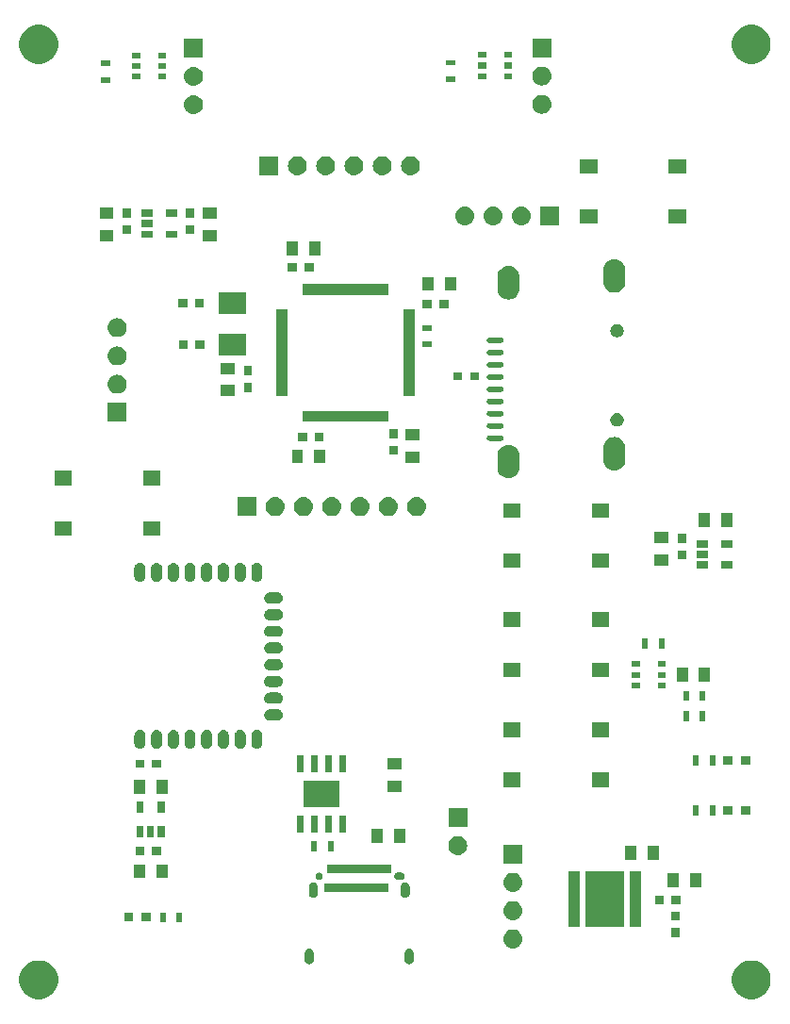
<source format=gbr>
G04 #@! TF.GenerationSoftware,KiCad,Pcbnew,(5.0.2)-1*
G04 #@! TF.CreationDate,2018-12-24T13:58:37+01:00*
G04 #@! TF.ProjectId,NeuralRobot,4e657572-616c-4526-9f62-6f742e6b6963,rev?*
G04 #@! TF.SameCoordinates,Original*
G04 #@! TF.FileFunction,Soldermask,Top*
G04 #@! TF.FilePolarity,Negative*
%FSLAX46Y46*%
G04 Gerber Fmt 4.6, Leading zero omitted, Abs format (unit mm)*
G04 Created by KiCad (PCBNEW (5.0.2)-1) date 24. 12. 2018 13:58:37*
%MOMM*%
%LPD*%
G01*
G04 APERTURE LIST*
%ADD10C,0.050000*%
G04 APERTURE END LIST*
D10*
G36*
X208510473Y-152417193D02*
X208828963Y-152549116D01*
X209115601Y-152740641D01*
X209359359Y-152984399D01*
X209550884Y-153271037D01*
X209682807Y-153589527D01*
X209750060Y-153927633D01*
X209750060Y-154272367D01*
X209682807Y-154610473D01*
X209550884Y-154928963D01*
X209359359Y-155215601D01*
X209115601Y-155459359D01*
X208828963Y-155650884D01*
X208510473Y-155782807D01*
X208172367Y-155850060D01*
X207827633Y-155850060D01*
X207489527Y-155782807D01*
X207171037Y-155650884D01*
X206884399Y-155459359D01*
X206640641Y-155215601D01*
X206449116Y-154928963D01*
X206317193Y-154610473D01*
X206249940Y-154272367D01*
X206249940Y-153927633D01*
X206317193Y-153589527D01*
X206449116Y-153271037D01*
X206640641Y-152984399D01*
X206884399Y-152740641D01*
X207171037Y-152549116D01*
X207489527Y-152417193D01*
X207827633Y-152349940D01*
X208172367Y-152349940D01*
X208510473Y-152417193D01*
X208510473Y-152417193D01*
G37*
G36*
X144510473Y-152417193D02*
X144828963Y-152549116D01*
X145115601Y-152740641D01*
X145359359Y-152984399D01*
X145550884Y-153271037D01*
X145682807Y-153589527D01*
X145750060Y-153927633D01*
X145750060Y-154272367D01*
X145682807Y-154610473D01*
X145550884Y-154928963D01*
X145359359Y-155215601D01*
X145115601Y-155459359D01*
X144828963Y-155650884D01*
X144510473Y-155782807D01*
X144172367Y-155850060D01*
X143827633Y-155850060D01*
X143489527Y-155782807D01*
X143171037Y-155650884D01*
X142884399Y-155459359D01*
X142640641Y-155215601D01*
X142449116Y-154928963D01*
X142317193Y-154610473D01*
X142249940Y-154272367D01*
X142249940Y-153927633D01*
X142317193Y-153589527D01*
X142449116Y-153271037D01*
X142640641Y-152984399D01*
X142884399Y-152740641D01*
X143171037Y-152549116D01*
X143489527Y-152417193D01*
X143827633Y-152349940D01*
X144172367Y-152349940D01*
X144510473Y-152417193D01*
X144510473Y-152417193D01*
G37*
G36*
X168388413Y-151295788D02*
X168463813Y-151318660D01*
X168463816Y-151318662D01*
X168463817Y-151318662D01*
X168533304Y-151355803D01*
X168594211Y-151405789D01*
X168644197Y-151466697D01*
X168681340Y-151536186D01*
X168704212Y-151611586D01*
X168710000Y-151670353D01*
X168710000Y-152309647D01*
X168704212Y-152368414D01*
X168681340Y-152443814D01*
X168644197Y-152513303D01*
X168594211Y-152574211D01*
X168533303Y-152624197D01*
X168463814Y-152661340D01*
X168388414Y-152684212D01*
X168310000Y-152691935D01*
X168231587Y-152684212D01*
X168156187Y-152661340D01*
X168086698Y-152624197D01*
X168025790Y-152574211D01*
X167975804Y-152513303D01*
X167938661Y-152443814D01*
X167915789Y-152368414D01*
X167913969Y-152349940D01*
X167910000Y-152309645D01*
X167910000Y-151670354D01*
X167915788Y-151611589D01*
X167915788Y-151611587D01*
X167938660Y-151536187D01*
X167938662Y-151536183D01*
X167975803Y-151466696D01*
X168025789Y-151405789D01*
X168086695Y-151355805D01*
X168086697Y-151355803D01*
X168156186Y-151318660D01*
X168231586Y-151295788D01*
X168310000Y-151288065D01*
X168388413Y-151295788D01*
X168388413Y-151295788D01*
G37*
G36*
X177368413Y-151295788D02*
X177443813Y-151318660D01*
X177443816Y-151318662D01*
X177443817Y-151318662D01*
X177513304Y-151355803D01*
X177574211Y-151405789D01*
X177624197Y-151466697D01*
X177661340Y-151536186D01*
X177684212Y-151611586D01*
X177690000Y-151670353D01*
X177690000Y-152309647D01*
X177684212Y-152368414D01*
X177661340Y-152443814D01*
X177624197Y-152513303D01*
X177574211Y-152574211D01*
X177513303Y-152624197D01*
X177443814Y-152661340D01*
X177368414Y-152684212D01*
X177290000Y-152691935D01*
X177211587Y-152684212D01*
X177136187Y-152661340D01*
X177066698Y-152624197D01*
X177005790Y-152574211D01*
X176955804Y-152513303D01*
X176918661Y-152443814D01*
X176895789Y-152368414D01*
X176893969Y-152349940D01*
X176890000Y-152309645D01*
X176890000Y-151670354D01*
X176895788Y-151611589D01*
X176895788Y-151611587D01*
X176918660Y-151536187D01*
X176918662Y-151536183D01*
X176955803Y-151466696D01*
X177005789Y-151405789D01*
X177066695Y-151355805D01*
X177066697Y-151355803D01*
X177136186Y-151318660D01*
X177211586Y-151295788D01*
X177290000Y-151288065D01*
X177368413Y-151295788D01*
X177368413Y-151295788D01*
G37*
G36*
X186766630Y-149582299D02*
X186926855Y-149630903D01*
X187074520Y-149709831D01*
X187203949Y-149816051D01*
X187310169Y-149945480D01*
X187389097Y-150093145D01*
X187437701Y-150253370D01*
X187454112Y-150420000D01*
X187437701Y-150586630D01*
X187389097Y-150746855D01*
X187310169Y-150894520D01*
X187203949Y-151023949D01*
X187074520Y-151130169D01*
X186926855Y-151209097D01*
X186766630Y-151257701D01*
X186641752Y-151270000D01*
X186558248Y-151270000D01*
X186433370Y-151257701D01*
X186273145Y-151209097D01*
X186125480Y-151130169D01*
X185996051Y-151023949D01*
X185889831Y-150894520D01*
X185810903Y-150746855D01*
X185762299Y-150586630D01*
X185745888Y-150420000D01*
X185762299Y-150253370D01*
X185810903Y-150093145D01*
X185889831Y-149945480D01*
X185996051Y-149816051D01*
X186125480Y-149709831D01*
X186273145Y-149630903D01*
X186433370Y-149582299D01*
X186558248Y-149570000D01*
X186641752Y-149570000D01*
X186766630Y-149582299D01*
X186766630Y-149582299D01*
G37*
G36*
X201575000Y-150250000D02*
X200825000Y-150250000D01*
X200825000Y-149450000D01*
X201575000Y-149450000D01*
X201575000Y-150250000D01*
X201575000Y-150250000D01*
G37*
G36*
X192600000Y-149350000D02*
X191550000Y-149350000D01*
X191550000Y-144350000D01*
X192600000Y-144350000D01*
X192600000Y-149350000D01*
X192600000Y-149350000D01*
G37*
G36*
X198150000Y-149350000D02*
X197100000Y-149350000D01*
X197100000Y-144350000D01*
X198150000Y-144350000D01*
X198150000Y-149350000D01*
X198150000Y-149350000D01*
G37*
G36*
X196550000Y-149350000D02*
X193150000Y-149350000D01*
X193150000Y-144350000D01*
X196550000Y-144350000D01*
X196550000Y-149350000D01*
X196550000Y-149350000D01*
G37*
G36*
X155400000Y-148950000D02*
X154900000Y-148950000D01*
X154900000Y-148050000D01*
X155400000Y-148050000D01*
X155400000Y-148950000D01*
X155400000Y-148950000D01*
G37*
G36*
X156900000Y-148950000D02*
X156400000Y-148950000D01*
X156400000Y-148050000D01*
X156900000Y-148050000D01*
X156900000Y-148950000D01*
X156900000Y-148950000D01*
G37*
G36*
X154075001Y-148875001D02*
X153275001Y-148875001D01*
X153275001Y-148075001D01*
X154075001Y-148075001D01*
X154075001Y-148875001D01*
X154075001Y-148875001D01*
G37*
G36*
X152475001Y-148875001D02*
X151675001Y-148875001D01*
X151675001Y-148075001D01*
X152475001Y-148075001D01*
X152475001Y-148875001D01*
X152475001Y-148875001D01*
G37*
G36*
X201575000Y-148750000D02*
X200825000Y-148750000D01*
X200825000Y-147950000D01*
X201575000Y-147950000D01*
X201575000Y-148750000D01*
X201575000Y-148750000D01*
G37*
G36*
X186766630Y-147042299D02*
X186926855Y-147090903D01*
X187074520Y-147169831D01*
X187203949Y-147276051D01*
X187310169Y-147405480D01*
X187389097Y-147553145D01*
X187437701Y-147713370D01*
X187454112Y-147880000D01*
X187437701Y-148046630D01*
X187389097Y-148206855D01*
X187310169Y-148354520D01*
X187203949Y-148483949D01*
X187074520Y-148590169D01*
X186926855Y-148669097D01*
X186766630Y-148717701D01*
X186641752Y-148730000D01*
X186558248Y-148730000D01*
X186433370Y-148717701D01*
X186273145Y-148669097D01*
X186125480Y-148590169D01*
X185996051Y-148483949D01*
X185889831Y-148354520D01*
X185810903Y-148206855D01*
X185762299Y-148046630D01*
X185745888Y-147880000D01*
X185762299Y-147713370D01*
X185810903Y-147553145D01*
X185889831Y-147405480D01*
X185996051Y-147276051D01*
X186125480Y-147169831D01*
X186273145Y-147090903D01*
X186433370Y-147042299D01*
X186558248Y-147030000D01*
X186641752Y-147030000D01*
X186766630Y-147042299D01*
X186766630Y-147042299D01*
G37*
G36*
X201650000Y-147325000D02*
X200850000Y-147325000D01*
X200850000Y-146575000D01*
X201650000Y-146575000D01*
X201650000Y-147325000D01*
X201650000Y-147325000D01*
G37*
G36*
X200150000Y-147325000D02*
X199350000Y-147325000D01*
X199350000Y-146575000D01*
X200150000Y-146575000D01*
X200150000Y-147325000D01*
X200150000Y-147325000D01*
G37*
G36*
X177008413Y-145345788D02*
X177083813Y-145368660D01*
X177083816Y-145368662D01*
X177083817Y-145368662D01*
X177153304Y-145405803D01*
X177207157Y-145450000D01*
X177214211Y-145455789D01*
X177264197Y-145516697D01*
X177301340Y-145586186D01*
X177324212Y-145661586D01*
X177330000Y-145720353D01*
X177330000Y-146359647D01*
X177324212Y-146418414D01*
X177301340Y-146493814D01*
X177264197Y-146563303D01*
X177214211Y-146624211D01*
X177153303Y-146674197D01*
X177083814Y-146711340D01*
X177008414Y-146734212D01*
X176930000Y-146741935D01*
X176851587Y-146734212D01*
X176776187Y-146711340D01*
X176706698Y-146674197D01*
X176645790Y-146624211D01*
X176595804Y-146563303D01*
X176558661Y-146493814D01*
X176535789Y-146418414D01*
X176534649Y-146406836D01*
X176530000Y-146359645D01*
X176530000Y-145720354D01*
X176535788Y-145661589D01*
X176535788Y-145661587D01*
X176558660Y-145586187D01*
X176558662Y-145586183D01*
X176595803Y-145516696D01*
X176645789Y-145455789D01*
X176706695Y-145405805D01*
X176706697Y-145405803D01*
X176776186Y-145368660D01*
X176851586Y-145345788D01*
X176930000Y-145338065D01*
X177008413Y-145345788D01*
X177008413Y-145345788D01*
G37*
G36*
X168748413Y-145345788D02*
X168823813Y-145368660D01*
X168823816Y-145368662D01*
X168823817Y-145368662D01*
X168893304Y-145405803D01*
X168947157Y-145450000D01*
X168954211Y-145455789D01*
X169004197Y-145516697D01*
X169041340Y-145586186D01*
X169064212Y-145661586D01*
X169070000Y-145720353D01*
X169070000Y-146359647D01*
X169064212Y-146418414D01*
X169041340Y-146493814D01*
X169004197Y-146563303D01*
X168954211Y-146624211D01*
X168893303Y-146674197D01*
X168823814Y-146711340D01*
X168748414Y-146734212D01*
X168670000Y-146741935D01*
X168591587Y-146734212D01*
X168516187Y-146711340D01*
X168446698Y-146674197D01*
X168385790Y-146624211D01*
X168335804Y-146563303D01*
X168298661Y-146493814D01*
X168275789Y-146418414D01*
X168274649Y-146406836D01*
X168270000Y-146359645D01*
X168270000Y-145720354D01*
X168275788Y-145661589D01*
X168275788Y-145661587D01*
X168298660Y-145586187D01*
X168298662Y-145586183D01*
X168335803Y-145516696D01*
X168385789Y-145455789D01*
X168446695Y-145405805D01*
X168446697Y-145405803D01*
X168516186Y-145368660D01*
X168591586Y-145345788D01*
X168670000Y-145338065D01*
X168748413Y-145345788D01*
X168748413Y-145345788D01*
G37*
G36*
X186766630Y-144502299D02*
X186926855Y-144550903D01*
X187074520Y-144629831D01*
X187203949Y-144736051D01*
X187310169Y-144865480D01*
X187389097Y-145013145D01*
X187437701Y-145173370D01*
X187454112Y-145340000D01*
X187437701Y-145506630D01*
X187389097Y-145666855D01*
X187310169Y-145814520D01*
X187203949Y-145943949D01*
X187074520Y-146050169D01*
X186926855Y-146129097D01*
X186766630Y-146177701D01*
X186641752Y-146190000D01*
X186558248Y-146190000D01*
X186433370Y-146177701D01*
X186273145Y-146129097D01*
X186125480Y-146050169D01*
X185996051Y-145943949D01*
X185889831Y-145814520D01*
X185810903Y-145666855D01*
X185762299Y-145506630D01*
X185745888Y-145340000D01*
X185762299Y-145173370D01*
X185810903Y-145013145D01*
X185889831Y-144865480D01*
X185996051Y-144736051D01*
X186125480Y-144629831D01*
X186273145Y-144550903D01*
X186433370Y-144502299D01*
X186558248Y-144490000D01*
X186641752Y-144490000D01*
X186766630Y-144502299D01*
X186766630Y-144502299D01*
G37*
G36*
X175450000Y-146180000D02*
X169650000Y-146180000D01*
X169650000Y-145480000D01*
X175450000Y-145480000D01*
X175450000Y-146180000D01*
X175450000Y-146180000D01*
G37*
G36*
X203500000Y-145775000D02*
X202500000Y-145775000D01*
X202500000Y-144525000D01*
X203500000Y-144525000D01*
X203500000Y-145775000D01*
X203500000Y-145775000D01*
G37*
G36*
X201500000Y-145775000D02*
X200500000Y-145775000D01*
X200500000Y-144525000D01*
X201500000Y-144525000D01*
X201500000Y-145775000D01*
X201500000Y-145775000D01*
G37*
G36*
X176613712Y-144469702D02*
X176674972Y-144488285D01*
X176701191Y-144502300D01*
X176731434Y-144518465D01*
X176780921Y-144559079D01*
X176800409Y-144582824D01*
X176821534Y-144608565D01*
X176851715Y-144665028D01*
X176870298Y-144726288D01*
X176876572Y-144790000D01*
X176870298Y-144853712D01*
X176851715Y-144914972D01*
X176836230Y-144943941D01*
X176821535Y-144971434D01*
X176780921Y-145020921D01*
X176731434Y-145061535D01*
X176712614Y-145071594D01*
X176674972Y-145091715D01*
X176613712Y-145110298D01*
X176565965Y-145115000D01*
X176234035Y-145115000D01*
X176186288Y-145110298D01*
X176125028Y-145091715D01*
X176087386Y-145071594D01*
X176068566Y-145061535D01*
X176019079Y-145020921D01*
X175978465Y-144971434D01*
X175963770Y-144943941D01*
X175948285Y-144914972D01*
X175929702Y-144853712D01*
X175923428Y-144790000D01*
X175929702Y-144726288D01*
X175948285Y-144665028D01*
X175978466Y-144608565D01*
X175999592Y-144582824D01*
X176019079Y-144559079D01*
X176068566Y-144518465D01*
X176098809Y-144502300D01*
X176125028Y-144488285D01*
X176186288Y-144469702D01*
X176234035Y-144465000D01*
X176565965Y-144465000D01*
X176613712Y-144469702D01*
X176613712Y-144469702D01*
G37*
G36*
X169294799Y-144477489D02*
X169340543Y-144496437D01*
X169353941Y-144501986D01*
X169353942Y-144501987D01*
X169353945Y-144501988D01*
X169407176Y-144537556D01*
X169452444Y-144582824D01*
X169488012Y-144636055D01*
X169512511Y-144695201D01*
X169525000Y-144757990D01*
X169525000Y-144822010D01*
X169512511Y-144884799D01*
X169488012Y-144943945D01*
X169452444Y-144997176D01*
X169407176Y-145042444D01*
X169353945Y-145078012D01*
X169353942Y-145078013D01*
X169353941Y-145078014D01*
X169340543Y-145083563D01*
X169294799Y-145102511D01*
X169232010Y-145115000D01*
X169167990Y-145115000D01*
X169105201Y-145102511D01*
X169059457Y-145083563D01*
X169046059Y-145078014D01*
X169046058Y-145078013D01*
X169046055Y-145078012D01*
X168992824Y-145042444D01*
X168947556Y-144997176D01*
X168911988Y-144943945D01*
X168887489Y-144884799D01*
X168875000Y-144822010D01*
X168875000Y-144757990D01*
X168887489Y-144695201D01*
X168911988Y-144636055D01*
X168947556Y-144582824D01*
X168992824Y-144537556D01*
X169046055Y-144501988D01*
X169046058Y-144501987D01*
X169046059Y-144501986D01*
X169059457Y-144496437D01*
X169105201Y-144477489D01*
X169167990Y-144465000D01*
X169232010Y-144465000D01*
X169294799Y-144477489D01*
X169294799Y-144477489D01*
G37*
G36*
X153600000Y-144975000D02*
X152600000Y-144975000D01*
X152600000Y-143725000D01*
X153600000Y-143725000D01*
X153600000Y-144975000D01*
X153600000Y-144975000D01*
G37*
G36*
X155600000Y-144975000D02*
X154600000Y-144975000D01*
X154600000Y-143725000D01*
X155600000Y-143725000D01*
X155600000Y-144975000D01*
X155600000Y-144975000D01*
G37*
G36*
X175700000Y-144480000D02*
X169900000Y-144480000D01*
X169900000Y-143780000D01*
X175700000Y-143780000D01*
X175700000Y-144480000D01*
X175700000Y-144480000D01*
G37*
G36*
X187450000Y-143650000D02*
X185750000Y-143650000D01*
X185750000Y-141950000D01*
X187450000Y-141950000D01*
X187450000Y-143650000D01*
X187450000Y-143650000D01*
G37*
G36*
X199700000Y-143325000D02*
X198700000Y-143325000D01*
X198700000Y-142075000D01*
X199700000Y-142075000D01*
X199700000Y-143325000D01*
X199700000Y-143325000D01*
G37*
G36*
X197700000Y-143325000D02*
X196700000Y-143325000D01*
X196700000Y-142075000D01*
X197700000Y-142075000D01*
X197700000Y-143325000D01*
X197700000Y-143325000D01*
G37*
G36*
X153500000Y-142925000D02*
X152700000Y-142925000D01*
X152700000Y-142175000D01*
X153500000Y-142175000D01*
X153500000Y-142925000D01*
X153500000Y-142925000D01*
G37*
G36*
X155000000Y-142925000D02*
X154200000Y-142925000D01*
X154200000Y-142175000D01*
X155000000Y-142175000D01*
X155000000Y-142925000D01*
X155000000Y-142925000D01*
G37*
G36*
X181816630Y-141202299D02*
X181976855Y-141250903D01*
X182124520Y-141329831D01*
X182253949Y-141436051D01*
X182360169Y-141565480D01*
X182439097Y-141713145D01*
X182487701Y-141873370D01*
X182504112Y-142040000D01*
X182487701Y-142206630D01*
X182439097Y-142366855D01*
X182360169Y-142514520D01*
X182253949Y-142643949D01*
X182124520Y-142750169D01*
X181976855Y-142829097D01*
X181816630Y-142877701D01*
X181691752Y-142890000D01*
X181608248Y-142890000D01*
X181483370Y-142877701D01*
X181323145Y-142829097D01*
X181175480Y-142750169D01*
X181046051Y-142643949D01*
X180939831Y-142514520D01*
X180860903Y-142366855D01*
X180812299Y-142206630D01*
X180795888Y-142040000D01*
X180812299Y-141873370D01*
X180860903Y-141713145D01*
X180939831Y-141565480D01*
X181046051Y-141436051D01*
X181175480Y-141329831D01*
X181323145Y-141250903D01*
X181483370Y-141202299D01*
X181608248Y-141190000D01*
X181691752Y-141190000D01*
X181816630Y-141202299D01*
X181816630Y-141202299D01*
G37*
G36*
X169000000Y-142550000D02*
X168500000Y-142550000D01*
X168500000Y-141650000D01*
X169000000Y-141650000D01*
X169000000Y-142550000D01*
X169000000Y-142550000D01*
G37*
G36*
X170500000Y-142550000D02*
X170000000Y-142550000D01*
X170000000Y-141650000D01*
X170500000Y-141650000D01*
X170500000Y-142550000D01*
X170500000Y-142550000D01*
G37*
G36*
X176900000Y-141825000D02*
X175900000Y-141825000D01*
X175900000Y-140575000D01*
X176900000Y-140575000D01*
X176900000Y-141825000D01*
X176900000Y-141825000D01*
G37*
G36*
X174900000Y-141825000D02*
X173900000Y-141825000D01*
X173900000Y-140575000D01*
X174900000Y-140575000D01*
X174900000Y-141825000D01*
X174900000Y-141825000D01*
G37*
G36*
X153425000Y-141330000D02*
X152775000Y-141330000D01*
X152775000Y-140270000D01*
X153425000Y-140270000D01*
X153425000Y-141330000D01*
X153425000Y-141330000D01*
G37*
G36*
X155325000Y-141330000D02*
X154675000Y-141330000D01*
X154675000Y-140270000D01*
X155325000Y-140270000D01*
X155325000Y-141330000D01*
X155325000Y-141330000D01*
G37*
G36*
X154375000Y-141330000D02*
X153725000Y-141330000D01*
X153725000Y-140270000D01*
X154375000Y-140270000D01*
X154375000Y-141330000D01*
X154375000Y-141330000D01*
G37*
G36*
X167795000Y-140875000D02*
X167195000Y-140875000D01*
X167195000Y-139325000D01*
X167795000Y-139325000D01*
X167795000Y-140875000D01*
X167795000Y-140875000D01*
G37*
G36*
X171605000Y-140875000D02*
X171005000Y-140875000D01*
X171005000Y-139325000D01*
X171605000Y-139325000D01*
X171605000Y-140875000D01*
X171605000Y-140875000D01*
G37*
G36*
X170335000Y-140875000D02*
X169735000Y-140875000D01*
X169735000Y-139325000D01*
X170335000Y-139325000D01*
X170335000Y-140875000D01*
X170335000Y-140875000D01*
G37*
G36*
X169065000Y-140875000D02*
X168465000Y-140875000D01*
X168465000Y-139325000D01*
X169065000Y-139325000D01*
X169065000Y-140875000D01*
X169065000Y-140875000D01*
G37*
G36*
X182500000Y-140350000D02*
X180800000Y-140350000D01*
X180800000Y-138650000D01*
X182500000Y-138650000D01*
X182500000Y-140350000D01*
X182500000Y-140350000D01*
G37*
G36*
X204800000Y-139350000D02*
X204300000Y-139350000D01*
X204300000Y-138450000D01*
X204800000Y-138450000D01*
X204800000Y-139350000D01*
X204800000Y-139350000D01*
G37*
G36*
X203300000Y-139350000D02*
X202800000Y-139350000D01*
X202800000Y-138450000D01*
X203300000Y-138450000D01*
X203300000Y-139350000D01*
X203300000Y-139350000D01*
G37*
G36*
X207900000Y-139300000D02*
X207100000Y-139300000D01*
X207100000Y-138500000D01*
X207900000Y-138500000D01*
X207900000Y-139300000D01*
X207900000Y-139300000D01*
G37*
G36*
X206300000Y-139300000D02*
X205500000Y-139300000D01*
X205500000Y-138500000D01*
X206300000Y-138500000D01*
X206300000Y-139300000D01*
X206300000Y-139300000D01*
G37*
G36*
X155325000Y-139130000D02*
X154675000Y-139130000D01*
X154675000Y-138070000D01*
X155325000Y-138070000D01*
X155325000Y-139130000D01*
X155325000Y-139130000D01*
G37*
G36*
X153425000Y-139130000D02*
X152775000Y-139130000D01*
X152775000Y-138070000D01*
X153425000Y-138070000D01*
X153425000Y-139130000D01*
X153425000Y-139130000D01*
G37*
G36*
X171000000Y-138600000D02*
X167800000Y-138600000D01*
X167800000Y-136200000D01*
X171000000Y-136200000D01*
X171000000Y-138600000D01*
X171000000Y-138600000D01*
G37*
G36*
X155600000Y-137375000D02*
X154600000Y-137375000D01*
X154600000Y-136125000D01*
X155600000Y-136125000D01*
X155600000Y-137375000D01*
X155600000Y-137375000D01*
G37*
G36*
X153600000Y-137375000D02*
X152600000Y-137375000D01*
X152600000Y-136125000D01*
X153600000Y-136125000D01*
X153600000Y-137375000D01*
X153600000Y-137375000D01*
G37*
G36*
X176625000Y-137200000D02*
X175375000Y-137200000D01*
X175375000Y-136200000D01*
X176625000Y-136200000D01*
X176625000Y-137200000D01*
X176625000Y-137200000D01*
G37*
G36*
X195255000Y-136800000D02*
X193705000Y-136800000D01*
X193705000Y-135500000D01*
X195255000Y-135500000D01*
X195255000Y-136800000D01*
X195255000Y-136800000D01*
G37*
G36*
X187295000Y-136800000D02*
X185745000Y-136800000D01*
X185745000Y-135500000D01*
X187295000Y-135500000D01*
X187295000Y-136800000D01*
X187295000Y-136800000D01*
G37*
G36*
X171605000Y-135475000D02*
X171005000Y-135475000D01*
X171005000Y-133925000D01*
X171605000Y-133925000D01*
X171605000Y-135475000D01*
X171605000Y-135475000D01*
G37*
G36*
X170335000Y-135475000D02*
X169735000Y-135475000D01*
X169735000Y-133925000D01*
X170335000Y-133925000D01*
X170335000Y-135475000D01*
X170335000Y-135475000D01*
G37*
G36*
X169065000Y-135475000D02*
X168465000Y-135475000D01*
X168465000Y-133925000D01*
X169065000Y-133925000D01*
X169065000Y-135475000D01*
X169065000Y-135475000D01*
G37*
G36*
X167795000Y-135475000D02*
X167195000Y-135475000D01*
X167195000Y-133925000D01*
X167795000Y-133925000D01*
X167795000Y-135475000D01*
X167795000Y-135475000D01*
G37*
G36*
X176625000Y-135200000D02*
X175375000Y-135200000D01*
X175375000Y-134200000D01*
X176625000Y-134200000D01*
X176625000Y-135200000D01*
X176625000Y-135200000D01*
G37*
G36*
X153500000Y-135075000D02*
X152700000Y-135075000D01*
X152700000Y-134325000D01*
X153500000Y-134325000D01*
X153500000Y-135075000D01*
X153500000Y-135075000D01*
G37*
G36*
X155000000Y-135075000D02*
X154200000Y-135075000D01*
X154200000Y-134325000D01*
X155000000Y-134325000D01*
X155000000Y-135075000D01*
X155000000Y-135075000D01*
G37*
G36*
X204800000Y-134850000D02*
X204300000Y-134850000D01*
X204300000Y-133950000D01*
X204800000Y-133950000D01*
X204800000Y-134850000D01*
X204800000Y-134850000D01*
G37*
G36*
X203300000Y-134850000D02*
X202800000Y-134850000D01*
X202800000Y-133950000D01*
X203300000Y-133950000D01*
X203300000Y-134850000D01*
X203300000Y-134850000D01*
G37*
G36*
X207900000Y-134800000D02*
X207100000Y-134800000D01*
X207100000Y-134000000D01*
X207900000Y-134000000D01*
X207900000Y-134800000D01*
X207900000Y-134800000D01*
G37*
G36*
X206300000Y-134800000D02*
X205500000Y-134800000D01*
X205500000Y-134000000D01*
X206300000Y-134000000D01*
X206300000Y-134800000D01*
X206300000Y-134800000D01*
G37*
G36*
X154698014Y-131657234D02*
X154792267Y-131685825D01*
X154833063Y-131707631D01*
X154879129Y-131732254D01*
X154955264Y-131794736D01*
X154955265Y-131794738D01*
X154955267Y-131794739D01*
X155002125Y-131851837D01*
X155017746Y-131870871D01*
X155039357Y-131911303D01*
X155064175Y-131957732D01*
X155092766Y-132051985D01*
X155100000Y-132125436D01*
X155100000Y-132874564D01*
X155092766Y-132948015D01*
X155064175Y-133042268D01*
X155039357Y-133088697D01*
X155017746Y-133129129D01*
X154955264Y-133205264D01*
X154879129Y-133267746D01*
X154838697Y-133289357D01*
X154792268Y-133314175D01*
X154698015Y-133342766D01*
X154600000Y-133352419D01*
X154501986Y-133342766D01*
X154407733Y-133314175D01*
X154361304Y-133289357D01*
X154320872Y-133267746D01*
X154244737Y-133205264D01*
X154182255Y-133129129D01*
X154168389Y-133103188D01*
X154135824Y-133042265D01*
X154107234Y-132948015D01*
X154100000Y-132874564D01*
X154100000Y-132125437D01*
X154107234Y-132051986D01*
X154135825Y-131957733D01*
X154157631Y-131916937D01*
X154182254Y-131870871D01*
X154244736Y-131794736D01*
X154244738Y-131794735D01*
X154244739Y-131794733D01*
X154320870Y-131732255D01*
X154320869Y-131732255D01*
X154320871Y-131732254D01*
X154361303Y-131710643D01*
X154407732Y-131685825D01*
X154501985Y-131657234D01*
X154600000Y-131647581D01*
X154698014Y-131657234D01*
X154698014Y-131657234D01*
G37*
G36*
X153198014Y-131657234D02*
X153292267Y-131685825D01*
X153333063Y-131707631D01*
X153379129Y-131732254D01*
X153455264Y-131794736D01*
X153455265Y-131794738D01*
X153455267Y-131794739D01*
X153502125Y-131851837D01*
X153517746Y-131870871D01*
X153539357Y-131911303D01*
X153564175Y-131957732D01*
X153592766Y-132051985D01*
X153600000Y-132125436D01*
X153600000Y-132874564D01*
X153592766Y-132948015D01*
X153564175Y-133042268D01*
X153539357Y-133088697D01*
X153517746Y-133129129D01*
X153455264Y-133205264D01*
X153379129Y-133267746D01*
X153338697Y-133289357D01*
X153292268Y-133314175D01*
X153198015Y-133342766D01*
X153100000Y-133352419D01*
X153001986Y-133342766D01*
X152907733Y-133314175D01*
X152861304Y-133289357D01*
X152820872Y-133267746D01*
X152744737Y-133205264D01*
X152682255Y-133129129D01*
X152668389Y-133103188D01*
X152635824Y-133042265D01*
X152607234Y-132948015D01*
X152600000Y-132874564D01*
X152600000Y-132125437D01*
X152607234Y-132051986D01*
X152635825Y-131957733D01*
X152657631Y-131916937D01*
X152682254Y-131870871D01*
X152744736Y-131794736D01*
X152744738Y-131794735D01*
X152744739Y-131794733D01*
X152820870Y-131732255D01*
X152820869Y-131732255D01*
X152820871Y-131732254D01*
X152861303Y-131710643D01*
X152907732Y-131685825D01*
X153001985Y-131657234D01*
X153100000Y-131647581D01*
X153198014Y-131657234D01*
X153198014Y-131657234D01*
G37*
G36*
X157698014Y-131657234D02*
X157792267Y-131685825D01*
X157833063Y-131707631D01*
X157879129Y-131732254D01*
X157955264Y-131794736D01*
X157955265Y-131794738D01*
X157955267Y-131794739D01*
X158002125Y-131851837D01*
X158017746Y-131870871D01*
X158039357Y-131911303D01*
X158064175Y-131957732D01*
X158092766Y-132051985D01*
X158100000Y-132125436D01*
X158100000Y-132874564D01*
X158092766Y-132948015D01*
X158064175Y-133042268D01*
X158039357Y-133088697D01*
X158017746Y-133129129D01*
X157955264Y-133205264D01*
X157879129Y-133267746D01*
X157838697Y-133289357D01*
X157792268Y-133314175D01*
X157698015Y-133342766D01*
X157600000Y-133352419D01*
X157501986Y-133342766D01*
X157407733Y-133314175D01*
X157361304Y-133289357D01*
X157320872Y-133267746D01*
X157244737Y-133205264D01*
X157182255Y-133129129D01*
X157168389Y-133103188D01*
X157135824Y-133042265D01*
X157107234Y-132948015D01*
X157100000Y-132874564D01*
X157100000Y-132125437D01*
X157107234Y-132051986D01*
X157135825Y-131957733D01*
X157157631Y-131916937D01*
X157182254Y-131870871D01*
X157244736Y-131794736D01*
X157244738Y-131794735D01*
X157244739Y-131794733D01*
X157320870Y-131732255D01*
X157320869Y-131732255D01*
X157320871Y-131732254D01*
X157361303Y-131710643D01*
X157407732Y-131685825D01*
X157501985Y-131657234D01*
X157600000Y-131647581D01*
X157698014Y-131657234D01*
X157698014Y-131657234D01*
G37*
G36*
X159198014Y-131657234D02*
X159292267Y-131685825D01*
X159333063Y-131707631D01*
X159379129Y-131732254D01*
X159455264Y-131794736D01*
X159455265Y-131794738D01*
X159455267Y-131794739D01*
X159502125Y-131851837D01*
X159517746Y-131870871D01*
X159539357Y-131911303D01*
X159564175Y-131957732D01*
X159592766Y-132051985D01*
X159600000Y-132125436D01*
X159600000Y-132874564D01*
X159592766Y-132948015D01*
X159564175Y-133042268D01*
X159539357Y-133088697D01*
X159517746Y-133129129D01*
X159455264Y-133205264D01*
X159379129Y-133267746D01*
X159338697Y-133289357D01*
X159292268Y-133314175D01*
X159198015Y-133342766D01*
X159100000Y-133352419D01*
X159001986Y-133342766D01*
X158907733Y-133314175D01*
X158861304Y-133289357D01*
X158820872Y-133267746D01*
X158744737Y-133205264D01*
X158682255Y-133129129D01*
X158668389Y-133103188D01*
X158635824Y-133042265D01*
X158607234Y-132948015D01*
X158600000Y-132874564D01*
X158600000Y-132125437D01*
X158607234Y-132051986D01*
X158635825Y-131957733D01*
X158657631Y-131916937D01*
X158682254Y-131870871D01*
X158744736Y-131794736D01*
X158744738Y-131794735D01*
X158744739Y-131794733D01*
X158820870Y-131732255D01*
X158820869Y-131732255D01*
X158820871Y-131732254D01*
X158861303Y-131710643D01*
X158907732Y-131685825D01*
X159001985Y-131657234D01*
X159100000Y-131647581D01*
X159198014Y-131657234D01*
X159198014Y-131657234D01*
G37*
G36*
X163698014Y-131657234D02*
X163792267Y-131685825D01*
X163833063Y-131707631D01*
X163879129Y-131732254D01*
X163955264Y-131794736D01*
X163955265Y-131794738D01*
X163955267Y-131794739D01*
X164002125Y-131851837D01*
X164017746Y-131870871D01*
X164039357Y-131911303D01*
X164064175Y-131957732D01*
X164092766Y-132051985D01*
X164100000Y-132125436D01*
X164100000Y-132874564D01*
X164092766Y-132948015D01*
X164064175Y-133042268D01*
X164039357Y-133088697D01*
X164017746Y-133129129D01*
X163955264Y-133205264D01*
X163879129Y-133267746D01*
X163838697Y-133289357D01*
X163792268Y-133314175D01*
X163698015Y-133342766D01*
X163600000Y-133352419D01*
X163501986Y-133342766D01*
X163407733Y-133314175D01*
X163361304Y-133289357D01*
X163320872Y-133267746D01*
X163244737Y-133205264D01*
X163182255Y-133129129D01*
X163168389Y-133103188D01*
X163135824Y-133042265D01*
X163107234Y-132948015D01*
X163100000Y-132874564D01*
X163100000Y-132125437D01*
X163107234Y-132051986D01*
X163135825Y-131957733D01*
X163157631Y-131916937D01*
X163182254Y-131870871D01*
X163244736Y-131794736D01*
X163244738Y-131794735D01*
X163244739Y-131794733D01*
X163320870Y-131732255D01*
X163320869Y-131732255D01*
X163320871Y-131732254D01*
X163361303Y-131710643D01*
X163407732Y-131685825D01*
X163501985Y-131657234D01*
X163600000Y-131647581D01*
X163698014Y-131657234D01*
X163698014Y-131657234D01*
G37*
G36*
X162198014Y-131657234D02*
X162292267Y-131685825D01*
X162333063Y-131707631D01*
X162379129Y-131732254D01*
X162455264Y-131794736D01*
X162455265Y-131794738D01*
X162455267Y-131794739D01*
X162502125Y-131851837D01*
X162517746Y-131870871D01*
X162539357Y-131911303D01*
X162564175Y-131957732D01*
X162592766Y-132051985D01*
X162600000Y-132125436D01*
X162600000Y-132874564D01*
X162592766Y-132948015D01*
X162564175Y-133042268D01*
X162539357Y-133088697D01*
X162517746Y-133129129D01*
X162455264Y-133205264D01*
X162379129Y-133267746D01*
X162338697Y-133289357D01*
X162292268Y-133314175D01*
X162198015Y-133342766D01*
X162100000Y-133352419D01*
X162001986Y-133342766D01*
X161907733Y-133314175D01*
X161861304Y-133289357D01*
X161820872Y-133267746D01*
X161744737Y-133205264D01*
X161682255Y-133129129D01*
X161668389Y-133103188D01*
X161635824Y-133042265D01*
X161607234Y-132948015D01*
X161600000Y-132874564D01*
X161600000Y-132125437D01*
X161607234Y-132051986D01*
X161635825Y-131957733D01*
X161657631Y-131916937D01*
X161682254Y-131870871D01*
X161744736Y-131794736D01*
X161744738Y-131794735D01*
X161744739Y-131794733D01*
X161820870Y-131732255D01*
X161820869Y-131732255D01*
X161820871Y-131732254D01*
X161861303Y-131710643D01*
X161907732Y-131685825D01*
X162001985Y-131657234D01*
X162100000Y-131647581D01*
X162198014Y-131657234D01*
X162198014Y-131657234D01*
G37*
G36*
X156198014Y-131657234D02*
X156292267Y-131685825D01*
X156333063Y-131707631D01*
X156379129Y-131732254D01*
X156455264Y-131794736D01*
X156455265Y-131794738D01*
X156455267Y-131794739D01*
X156502125Y-131851837D01*
X156517746Y-131870871D01*
X156539357Y-131911303D01*
X156564175Y-131957732D01*
X156592766Y-132051985D01*
X156600000Y-132125436D01*
X156600000Y-132874564D01*
X156592766Y-132948015D01*
X156564175Y-133042268D01*
X156539357Y-133088697D01*
X156517746Y-133129129D01*
X156455264Y-133205264D01*
X156379129Y-133267746D01*
X156338697Y-133289357D01*
X156292268Y-133314175D01*
X156198015Y-133342766D01*
X156100000Y-133352419D01*
X156001986Y-133342766D01*
X155907733Y-133314175D01*
X155861304Y-133289357D01*
X155820872Y-133267746D01*
X155744737Y-133205264D01*
X155682255Y-133129129D01*
X155668389Y-133103188D01*
X155635824Y-133042265D01*
X155607234Y-132948015D01*
X155600000Y-132874564D01*
X155600000Y-132125437D01*
X155607234Y-132051986D01*
X155635825Y-131957733D01*
X155657631Y-131916937D01*
X155682254Y-131870871D01*
X155744736Y-131794736D01*
X155744738Y-131794735D01*
X155744739Y-131794733D01*
X155820870Y-131732255D01*
X155820869Y-131732255D01*
X155820871Y-131732254D01*
X155861303Y-131710643D01*
X155907732Y-131685825D01*
X156001985Y-131657234D01*
X156100000Y-131647581D01*
X156198014Y-131657234D01*
X156198014Y-131657234D01*
G37*
G36*
X160698014Y-131657234D02*
X160792267Y-131685825D01*
X160833063Y-131707631D01*
X160879129Y-131732254D01*
X160955264Y-131794736D01*
X160955265Y-131794738D01*
X160955267Y-131794739D01*
X161002125Y-131851837D01*
X161017746Y-131870871D01*
X161039357Y-131911303D01*
X161064175Y-131957732D01*
X161092766Y-132051985D01*
X161100000Y-132125436D01*
X161100000Y-132874564D01*
X161092766Y-132948015D01*
X161064175Y-133042268D01*
X161039357Y-133088697D01*
X161017746Y-133129129D01*
X160955264Y-133205264D01*
X160879129Y-133267746D01*
X160838697Y-133289357D01*
X160792268Y-133314175D01*
X160698015Y-133342766D01*
X160600000Y-133352419D01*
X160501986Y-133342766D01*
X160407733Y-133314175D01*
X160361304Y-133289357D01*
X160320872Y-133267746D01*
X160244737Y-133205264D01*
X160182255Y-133129129D01*
X160168389Y-133103188D01*
X160135824Y-133042265D01*
X160107234Y-132948015D01*
X160100000Y-132874564D01*
X160100000Y-132125437D01*
X160107234Y-132051986D01*
X160135825Y-131957733D01*
X160157631Y-131916937D01*
X160182254Y-131870871D01*
X160244736Y-131794736D01*
X160244738Y-131794735D01*
X160244739Y-131794733D01*
X160320870Y-131732255D01*
X160320869Y-131732255D01*
X160320871Y-131732254D01*
X160361303Y-131710643D01*
X160407732Y-131685825D01*
X160501985Y-131657234D01*
X160600000Y-131647581D01*
X160698014Y-131657234D01*
X160698014Y-131657234D01*
G37*
G36*
X187295000Y-132300000D02*
X185745000Y-132300000D01*
X185745000Y-131000000D01*
X187295000Y-131000000D01*
X187295000Y-132300000D01*
X187295000Y-132300000D01*
G37*
G36*
X195255000Y-132300000D02*
X193705000Y-132300000D01*
X193705000Y-131000000D01*
X195255000Y-131000000D01*
X195255000Y-132300000D01*
X195255000Y-132300000D01*
G37*
G36*
X202400000Y-130850000D02*
X201900000Y-130850000D01*
X201900000Y-129950000D01*
X202400000Y-129950000D01*
X202400000Y-130850000D01*
X202400000Y-130850000D01*
G37*
G36*
X203900000Y-130850000D02*
X203400000Y-130850000D01*
X203400000Y-129950000D01*
X203900000Y-129950000D01*
X203900000Y-130850000D01*
X203900000Y-130850000D01*
G37*
G36*
X165548015Y-129807234D02*
X165642268Y-129835825D01*
X165688697Y-129860643D01*
X165729129Y-129882254D01*
X165729131Y-129882255D01*
X165729130Y-129882255D01*
X165805264Y-129944736D01*
X165867745Y-130020870D01*
X165914175Y-130107732D01*
X165942766Y-130201985D01*
X165952419Y-130300000D01*
X165942766Y-130398015D01*
X165914175Y-130492268D01*
X165889357Y-130538697D01*
X165867746Y-130579129D01*
X165805264Y-130655264D01*
X165729129Y-130717746D01*
X165688697Y-130739357D01*
X165642268Y-130764175D01*
X165548015Y-130792766D01*
X165474564Y-130800000D01*
X164725436Y-130800000D01*
X164651985Y-130792766D01*
X164557732Y-130764175D01*
X164511303Y-130739357D01*
X164470871Y-130717746D01*
X164394736Y-130655264D01*
X164332254Y-130579129D01*
X164310643Y-130538697D01*
X164285825Y-130492268D01*
X164257234Y-130398015D01*
X164247581Y-130300000D01*
X164257234Y-130201985D01*
X164285825Y-130107732D01*
X164332255Y-130020870D01*
X164394736Y-129944736D01*
X164470870Y-129882255D01*
X164470869Y-129882255D01*
X164470871Y-129882254D01*
X164511303Y-129860643D01*
X164557732Y-129835825D01*
X164651985Y-129807234D01*
X164725436Y-129800000D01*
X165474564Y-129800000D01*
X165548015Y-129807234D01*
X165548015Y-129807234D01*
G37*
G36*
X165548015Y-128307234D02*
X165642268Y-128335825D01*
X165688697Y-128360643D01*
X165729129Y-128382254D01*
X165729131Y-128382255D01*
X165729130Y-128382255D01*
X165805264Y-128444736D01*
X165867745Y-128520870D01*
X165914175Y-128607732D01*
X165942766Y-128701985D01*
X165952419Y-128800000D01*
X165942766Y-128898015D01*
X165914175Y-128992268D01*
X165889357Y-129038697D01*
X165867746Y-129079129D01*
X165805264Y-129155264D01*
X165729129Y-129217746D01*
X165688697Y-129239357D01*
X165642268Y-129264175D01*
X165548015Y-129292766D01*
X165474564Y-129300000D01*
X164725436Y-129300000D01*
X164651985Y-129292766D01*
X164557732Y-129264175D01*
X164511303Y-129239357D01*
X164470871Y-129217746D01*
X164394736Y-129155264D01*
X164332254Y-129079129D01*
X164310643Y-129038697D01*
X164285825Y-128992268D01*
X164257234Y-128898015D01*
X164247581Y-128800000D01*
X164257234Y-128701985D01*
X164285825Y-128607732D01*
X164332255Y-128520870D01*
X164394736Y-128444736D01*
X164470870Y-128382255D01*
X164470869Y-128382255D01*
X164470871Y-128382254D01*
X164511303Y-128360643D01*
X164557732Y-128335825D01*
X164651985Y-128307234D01*
X164725436Y-128300000D01*
X165474564Y-128300000D01*
X165548015Y-128307234D01*
X165548015Y-128307234D01*
G37*
G36*
X203900000Y-129050000D02*
X203400000Y-129050000D01*
X203400000Y-128150000D01*
X203900000Y-128150000D01*
X203900000Y-129050000D01*
X203900000Y-129050000D01*
G37*
G36*
X202400000Y-129050000D02*
X201900000Y-129050000D01*
X201900000Y-128150000D01*
X202400000Y-128150000D01*
X202400000Y-129050000D01*
X202400000Y-129050000D01*
G37*
G36*
X197990000Y-127905000D02*
X197290000Y-127905000D01*
X197290000Y-127395000D01*
X197990000Y-127395000D01*
X197990000Y-127905000D01*
X197990000Y-127905000D01*
G37*
G36*
X200310000Y-127905000D02*
X199610000Y-127905000D01*
X199610000Y-127395000D01*
X200310000Y-127395000D01*
X200310000Y-127905000D01*
X200310000Y-127905000D01*
G37*
G36*
X165548015Y-126807234D02*
X165642268Y-126835825D01*
X165688697Y-126860643D01*
X165729129Y-126882254D01*
X165729131Y-126882255D01*
X165729130Y-126882255D01*
X165805264Y-126944736D01*
X165867745Y-127020870D01*
X165914175Y-127107732D01*
X165942766Y-127201985D01*
X165952419Y-127300000D01*
X165942766Y-127398015D01*
X165914175Y-127492268D01*
X165889357Y-127538697D01*
X165867746Y-127579129D01*
X165805264Y-127655264D01*
X165729129Y-127717746D01*
X165688697Y-127739357D01*
X165642268Y-127764175D01*
X165548015Y-127792766D01*
X165474564Y-127800000D01*
X164725436Y-127800000D01*
X164651985Y-127792766D01*
X164557732Y-127764175D01*
X164511303Y-127739357D01*
X164470871Y-127717746D01*
X164394736Y-127655264D01*
X164332254Y-127579129D01*
X164310643Y-127538697D01*
X164285825Y-127492268D01*
X164257234Y-127398015D01*
X164247581Y-127300000D01*
X164257234Y-127201985D01*
X164285825Y-127107732D01*
X164332255Y-127020870D01*
X164394736Y-126944736D01*
X164470870Y-126882255D01*
X164470869Y-126882255D01*
X164470871Y-126882254D01*
X164511303Y-126860643D01*
X164557732Y-126835825D01*
X164651985Y-126807234D01*
X164725436Y-126800000D01*
X165474564Y-126800000D01*
X165548015Y-126807234D01*
X165548015Y-126807234D01*
G37*
G36*
X204300000Y-127325000D02*
X203300000Y-127325000D01*
X203300000Y-126075000D01*
X204300000Y-126075000D01*
X204300000Y-127325000D01*
X204300000Y-127325000D01*
G37*
G36*
X202300000Y-127325000D02*
X201300000Y-127325000D01*
X201300000Y-126075000D01*
X202300000Y-126075000D01*
X202300000Y-127325000D01*
X202300000Y-127325000D01*
G37*
G36*
X200310000Y-126955000D02*
X199610000Y-126955000D01*
X199610000Y-126445000D01*
X200310000Y-126445000D01*
X200310000Y-126955000D01*
X200310000Y-126955000D01*
G37*
G36*
X197990000Y-126955000D02*
X197290000Y-126955000D01*
X197290000Y-126445000D01*
X197990000Y-126445000D01*
X197990000Y-126955000D01*
X197990000Y-126955000D01*
G37*
G36*
X195255000Y-126900000D02*
X193705000Y-126900000D01*
X193705000Y-125600000D01*
X195255000Y-125600000D01*
X195255000Y-126900000D01*
X195255000Y-126900000D01*
G37*
G36*
X187295000Y-126900000D02*
X185745000Y-126900000D01*
X185745000Y-125600000D01*
X187295000Y-125600000D01*
X187295000Y-126900000D01*
X187295000Y-126900000D01*
G37*
G36*
X165548015Y-125307234D02*
X165642268Y-125335825D01*
X165688697Y-125360643D01*
X165729129Y-125382254D01*
X165729131Y-125382255D01*
X165729130Y-125382255D01*
X165805264Y-125444736D01*
X165867745Y-125520870D01*
X165914175Y-125607732D01*
X165942766Y-125701985D01*
X165952419Y-125800000D01*
X165942766Y-125898015D01*
X165914175Y-125992268D01*
X165907369Y-126005000D01*
X165867746Y-126079129D01*
X165805264Y-126155264D01*
X165729129Y-126217746D01*
X165688697Y-126239357D01*
X165642268Y-126264175D01*
X165548015Y-126292766D01*
X165474564Y-126300000D01*
X164725436Y-126300000D01*
X164651985Y-126292766D01*
X164557732Y-126264175D01*
X164511303Y-126239357D01*
X164470871Y-126217746D01*
X164394736Y-126155264D01*
X164332254Y-126079129D01*
X164292631Y-126005000D01*
X164285825Y-125992268D01*
X164257234Y-125898015D01*
X164247581Y-125800000D01*
X164257234Y-125701985D01*
X164285825Y-125607732D01*
X164332255Y-125520870D01*
X164394736Y-125444736D01*
X164470870Y-125382255D01*
X164470869Y-125382255D01*
X164470871Y-125382254D01*
X164511303Y-125360643D01*
X164557732Y-125335825D01*
X164651985Y-125307234D01*
X164725436Y-125300000D01*
X165474564Y-125300000D01*
X165548015Y-125307234D01*
X165548015Y-125307234D01*
G37*
G36*
X197990000Y-126005000D02*
X197290000Y-126005000D01*
X197290000Y-125495000D01*
X197990000Y-125495000D01*
X197990000Y-126005000D01*
X197990000Y-126005000D01*
G37*
G36*
X200310000Y-126005000D02*
X199610000Y-126005000D01*
X199610000Y-125495000D01*
X200310000Y-125495000D01*
X200310000Y-126005000D01*
X200310000Y-126005000D01*
G37*
G36*
X165548015Y-123807234D02*
X165642268Y-123835825D01*
X165688697Y-123860643D01*
X165729129Y-123882254D01*
X165729131Y-123882255D01*
X165729130Y-123882255D01*
X165805264Y-123944736D01*
X165867745Y-124020870D01*
X165914175Y-124107732D01*
X165942766Y-124201985D01*
X165952419Y-124300000D01*
X165942766Y-124398015D01*
X165914175Y-124492268D01*
X165889357Y-124538697D01*
X165867746Y-124579129D01*
X165805264Y-124655264D01*
X165729129Y-124717746D01*
X165688697Y-124739357D01*
X165642268Y-124764175D01*
X165548015Y-124792766D01*
X165474564Y-124800000D01*
X164725436Y-124800000D01*
X164651985Y-124792766D01*
X164557732Y-124764175D01*
X164511303Y-124739357D01*
X164470871Y-124717746D01*
X164394736Y-124655264D01*
X164332254Y-124579129D01*
X164310643Y-124538697D01*
X164285825Y-124492268D01*
X164257234Y-124398015D01*
X164247581Y-124300000D01*
X164257234Y-124201985D01*
X164285825Y-124107732D01*
X164332255Y-124020870D01*
X164394736Y-123944736D01*
X164470870Y-123882255D01*
X164470869Y-123882255D01*
X164470871Y-123882254D01*
X164511303Y-123860643D01*
X164557732Y-123835825D01*
X164651985Y-123807234D01*
X164725436Y-123800000D01*
X165474564Y-123800000D01*
X165548015Y-123807234D01*
X165548015Y-123807234D01*
G37*
G36*
X200200000Y-124350000D02*
X199700000Y-124350000D01*
X199700000Y-123450000D01*
X200200000Y-123450000D01*
X200200000Y-124350000D01*
X200200000Y-124350000D01*
G37*
G36*
X198700000Y-124350000D02*
X198200000Y-124350000D01*
X198200000Y-123450000D01*
X198700000Y-123450000D01*
X198700000Y-124350000D01*
X198700000Y-124350000D01*
G37*
G36*
X165548015Y-122307234D02*
X165642268Y-122335825D01*
X165688697Y-122360643D01*
X165729129Y-122382254D01*
X165729131Y-122382255D01*
X165729130Y-122382255D01*
X165805264Y-122444736D01*
X165867745Y-122520870D01*
X165914175Y-122607732D01*
X165942766Y-122701985D01*
X165952419Y-122800000D01*
X165942766Y-122898015D01*
X165914175Y-122992268D01*
X165889357Y-123038697D01*
X165867746Y-123079129D01*
X165805264Y-123155264D01*
X165729129Y-123217746D01*
X165688697Y-123239357D01*
X165642268Y-123264175D01*
X165548015Y-123292766D01*
X165474564Y-123300000D01*
X164725436Y-123300000D01*
X164651985Y-123292766D01*
X164557732Y-123264175D01*
X164511303Y-123239357D01*
X164470871Y-123217746D01*
X164394736Y-123155264D01*
X164332254Y-123079129D01*
X164310643Y-123038697D01*
X164285825Y-122992268D01*
X164257234Y-122898015D01*
X164247581Y-122800000D01*
X164257234Y-122701985D01*
X164285825Y-122607732D01*
X164332255Y-122520870D01*
X164394736Y-122444736D01*
X164470870Y-122382255D01*
X164470869Y-122382255D01*
X164470871Y-122382254D01*
X164511303Y-122360643D01*
X164557732Y-122335825D01*
X164651985Y-122307234D01*
X164725436Y-122300000D01*
X165474564Y-122300000D01*
X165548015Y-122307234D01*
X165548015Y-122307234D01*
G37*
G36*
X195255000Y-122400000D02*
X193705000Y-122400000D01*
X193705000Y-121100000D01*
X195255000Y-121100000D01*
X195255000Y-122400000D01*
X195255000Y-122400000D01*
G37*
G36*
X187295000Y-122400000D02*
X185745000Y-122400000D01*
X185745000Y-121100000D01*
X187295000Y-121100000D01*
X187295000Y-122400000D01*
X187295000Y-122400000D01*
G37*
G36*
X165548015Y-120807234D02*
X165642268Y-120835825D01*
X165688697Y-120860643D01*
X165729129Y-120882254D01*
X165729131Y-120882255D01*
X165729130Y-120882255D01*
X165805264Y-120944736D01*
X165867745Y-121020870D01*
X165914175Y-121107732D01*
X165942766Y-121201985D01*
X165952419Y-121300000D01*
X165942766Y-121398015D01*
X165914175Y-121492268D01*
X165889357Y-121538697D01*
X165867746Y-121579129D01*
X165805264Y-121655264D01*
X165729129Y-121717746D01*
X165688697Y-121739357D01*
X165642268Y-121764175D01*
X165548015Y-121792766D01*
X165474564Y-121800000D01*
X164725436Y-121800000D01*
X164651985Y-121792766D01*
X164557732Y-121764175D01*
X164511303Y-121739357D01*
X164470871Y-121717746D01*
X164394736Y-121655264D01*
X164332254Y-121579129D01*
X164310643Y-121538697D01*
X164285825Y-121492268D01*
X164257234Y-121398015D01*
X164247581Y-121300000D01*
X164257234Y-121201985D01*
X164285825Y-121107732D01*
X164332255Y-121020870D01*
X164394736Y-120944736D01*
X164470870Y-120882255D01*
X164470869Y-120882255D01*
X164470871Y-120882254D01*
X164511303Y-120860643D01*
X164557732Y-120835825D01*
X164651985Y-120807234D01*
X164725436Y-120800000D01*
X165474564Y-120800000D01*
X165548015Y-120807234D01*
X165548015Y-120807234D01*
G37*
G36*
X165548015Y-119307234D02*
X165642268Y-119335825D01*
X165688697Y-119360643D01*
X165729129Y-119382254D01*
X165729131Y-119382255D01*
X165729130Y-119382255D01*
X165805264Y-119444736D01*
X165867745Y-119520870D01*
X165914175Y-119607732D01*
X165942766Y-119701985D01*
X165952419Y-119800000D01*
X165942766Y-119898015D01*
X165914175Y-119992268D01*
X165889357Y-120038697D01*
X165867746Y-120079129D01*
X165805264Y-120155264D01*
X165729129Y-120217746D01*
X165688697Y-120239357D01*
X165642268Y-120264175D01*
X165548015Y-120292766D01*
X165474564Y-120300000D01*
X164725436Y-120300000D01*
X164651985Y-120292766D01*
X164557732Y-120264175D01*
X164511303Y-120239357D01*
X164470871Y-120217746D01*
X164394736Y-120155264D01*
X164332254Y-120079129D01*
X164310643Y-120038697D01*
X164285825Y-119992268D01*
X164257234Y-119898015D01*
X164247581Y-119800000D01*
X164257234Y-119701985D01*
X164285825Y-119607732D01*
X164332255Y-119520870D01*
X164394736Y-119444736D01*
X164470870Y-119382255D01*
X164470869Y-119382255D01*
X164470871Y-119382254D01*
X164511303Y-119360643D01*
X164557732Y-119335825D01*
X164651985Y-119307234D01*
X164725436Y-119300000D01*
X165474564Y-119300000D01*
X165548015Y-119307234D01*
X165548015Y-119307234D01*
G37*
G36*
X156198014Y-116657234D02*
X156292267Y-116685825D01*
X156333063Y-116707631D01*
X156379129Y-116732254D01*
X156455264Y-116794736D01*
X156455265Y-116794738D01*
X156455267Y-116794739D01*
X156502125Y-116851837D01*
X156517746Y-116870871D01*
X156533316Y-116900000D01*
X156564175Y-116957732D01*
X156592766Y-117051985D01*
X156600000Y-117125436D01*
X156600000Y-117874564D01*
X156592766Y-117948015D01*
X156564175Y-118042268D01*
X156539357Y-118088697D01*
X156517746Y-118129129D01*
X156455264Y-118205264D01*
X156379129Y-118267746D01*
X156338697Y-118289357D01*
X156292268Y-118314175D01*
X156198015Y-118342766D01*
X156100000Y-118352419D01*
X156001986Y-118342766D01*
X155907733Y-118314175D01*
X155861304Y-118289357D01*
X155820872Y-118267746D01*
X155744737Y-118205264D01*
X155682255Y-118129129D01*
X155668389Y-118103188D01*
X155635824Y-118042265D01*
X155607234Y-117948015D01*
X155600000Y-117874564D01*
X155600000Y-117125437D01*
X155607234Y-117051986D01*
X155635825Y-116957733D01*
X155657631Y-116916937D01*
X155682254Y-116870871D01*
X155744736Y-116794736D01*
X155744738Y-116794735D01*
X155744739Y-116794733D01*
X155820870Y-116732255D01*
X155820869Y-116732255D01*
X155820871Y-116732254D01*
X155861303Y-116710643D01*
X155907732Y-116685825D01*
X156001985Y-116657234D01*
X156100000Y-116647581D01*
X156198014Y-116657234D01*
X156198014Y-116657234D01*
G37*
G36*
X154698014Y-116657234D02*
X154792267Y-116685825D01*
X154833063Y-116707631D01*
X154879129Y-116732254D01*
X154955264Y-116794736D01*
X154955265Y-116794738D01*
X154955267Y-116794739D01*
X155002125Y-116851837D01*
X155017746Y-116870871D01*
X155033316Y-116900000D01*
X155064175Y-116957732D01*
X155092766Y-117051985D01*
X155100000Y-117125436D01*
X155100000Y-117874564D01*
X155092766Y-117948015D01*
X155064175Y-118042268D01*
X155039357Y-118088697D01*
X155017746Y-118129129D01*
X154955264Y-118205264D01*
X154879129Y-118267746D01*
X154838697Y-118289357D01*
X154792268Y-118314175D01*
X154698015Y-118342766D01*
X154600000Y-118352419D01*
X154501986Y-118342766D01*
X154407733Y-118314175D01*
X154361304Y-118289357D01*
X154320872Y-118267746D01*
X154244737Y-118205264D01*
X154182255Y-118129129D01*
X154168389Y-118103188D01*
X154135824Y-118042265D01*
X154107234Y-117948015D01*
X154100000Y-117874564D01*
X154100000Y-117125437D01*
X154107234Y-117051986D01*
X154135825Y-116957733D01*
X154157631Y-116916937D01*
X154182254Y-116870871D01*
X154244736Y-116794736D01*
X154244738Y-116794735D01*
X154244739Y-116794733D01*
X154320870Y-116732255D01*
X154320869Y-116732255D01*
X154320871Y-116732254D01*
X154361303Y-116710643D01*
X154407732Y-116685825D01*
X154501985Y-116657234D01*
X154600000Y-116647581D01*
X154698014Y-116657234D01*
X154698014Y-116657234D01*
G37*
G36*
X157698014Y-116657234D02*
X157792267Y-116685825D01*
X157833063Y-116707631D01*
X157879129Y-116732254D01*
X157955264Y-116794736D01*
X157955265Y-116794738D01*
X157955267Y-116794739D01*
X158002125Y-116851837D01*
X158017746Y-116870871D01*
X158033316Y-116900000D01*
X158064175Y-116957732D01*
X158092766Y-117051985D01*
X158100000Y-117125436D01*
X158100000Y-117874564D01*
X158092766Y-117948015D01*
X158064175Y-118042268D01*
X158039357Y-118088697D01*
X158017746Y-118129129D01*
X157955264Y-118205264D01*
X157879129Y-118267746D01*
X157838697Y-118289357D01*
X157792268Y-118314175D01*
X157698015Y-118342766D01*
X157600000Y-118352419D01*
X157501986Y-118342766D01*
X157407733Y-118314175D01*
X157361304Y-118289357D01*
X157320872Y-118267746D01*
X157244737Y-118205264D01*
X157182255Y-118129129D01*
X157168389Y-118103188D01*
X157135824Y-118042265D01*
X157107234Y-117948015D01*
X157100000Y-117874564D01*
X157100000Y-117125437D01*
X157107234Y-117051986D01*
X157135825Y-116957733D01*
X157157631Y-116916937D01*
X157182254Y-116870871D01*
X157244736Y-116794736D01*
X157244738Y-116794735D01*
X157244739Y-116794733D01*
X157320870Y-116732255D01*
X157320869Y-116732255D01*
X157320871Y-116732254D01*
X157361303Y-116710643D01*
X157407732Y-116685825D01*
X157501985Y-116657234D01*
X157600000Y-116647581D01*
X157698014Y-116657234D01*
X157698014Y-116657234D01*
G37*
G36*
X159198014Y-116657234D02*
X159292267Y-116685825D01*
X159333063Y-116707631D01*
X159379129Y-116732254D01*
X159455264Y-116794736D01*
X159455265Y-116794738D01*
X159455267Y-116794739D01*
X159502125Y-116851837D01*
X159517746Y-116870871D01*
X159533316Y-116900000D01*
X159564175Y-116957732D01*
X159592766Y-117051985D01*
X159600000Y-117125436D01*
X159600000Y-117874564D01*
X159592766Y-117948015D01*
X159564175Y-118042268D01*
X159539357Y-118088697D01*
X159517746Y-118129129D01*
X159455264Y-118205264D01*
X159379129Y-118267746D01*
X159338697Y-118289357D01*
X159292268Y-118314175D01*
X159198015Y-118342766D01*
X159100000Y-118352419D01*
X159001986Y-118342766D01*
X158907733Y-118314175D01*
X158861304Y-118289357D01*
X158820872Y-118267746D01*
X158744737Y-118205264D01*
X158682255Y-118129129D01*
X158668389Y-118103188D01*
X158635824Y-118042265D01*
X158607234Y-117948015D01*
X158600000Y-117874564D01*
X158600000Y-117125437D01*
X158607234Y-117051986D01*
X158635825Y-116957733D01*
X158657631Y-116916937D01*
X158682254Y-116870871D01*
X158744736Y-116794736D01*
X158744738Y-116794735D01*
X158744739Y-116794733D01*
X158820870Y-116732255D01*
X158820869Y-116732255D01*
X158820871Y-116732254D01*
X158861303Y-116710643D01*
X158907732Y-116685825D01*
X159001985Y-116657234D01*
X159100000Y-116647581D01*
X159198014Y-116657234D01*
X159198014Y-116657234D01*
G37*
G36*
X160698014Y-116657234D02*
X160792267Y-116685825D01*
X160833063Y-116707631D01*
X160879129Y-116732254D01*
X160955264Y-116794736D01*
X160955265Y-116794738D01*
X160955267Y-116794739D01*
X161002125Y-116851837D01*
X161017746Y-116870871D01*
X161033316Y-116900000D01*
X161064175Y-116957732D01*
X161092766Y-117051985D01*
X161100000Y-117125436D01*
X161100000Y-117874564D01*
X161092766Y-117948015D01*
X161064175Y-118042268D01*
X161039357Y-118088697D01*
X161017746Y-118129129D01*
X160955264Y-118205264D01*
X160879129Y-118267746D01*
X160838697Y-118289357D01*
X160792268Y-118314175D01*
X160698015Y-118342766D01*
X160600000Y-118352419D01*
X160501986Y-118342766D01*
X160407733Y-118314175D01*
X160361304Y-118289357D01*
X160320872Y-118267746D01*
X160244737Y-118205264D01*
X160182255Y-118129129D01*
X160168389Y-118103188D01*
X160135824Y-118042265D01*
X160107234Y-117948015D01*
X160100000Y-117874564D01*
X160100000Y-117125437D01*
X160107234Y-117051986D01*
X160135825Y-116957733D01*
X160157631Y-116916937D01*
X160182254Y-116870871D01*
X160244736Y-116794736D01*
X160244738Y-116794735D01*
X160244739Y-116794733D01*
X160320870Y-116732255D01*
X160320869Y-116732255D01*
X160320871Y-116732254D01*
X160361303Y-116710643D01*
X160407732Y-116685825D01*
X160501985Y-116657234D01*
X160600000Y-116647581D01*
X160698014Y-116657234D01*
X160698014Y-116657234D01*
G37*
G36*
X153198014Y-116657234D02*
X153292267Y-116685825D01*
X153333063Y-116707631D01*
X153379129Y-116732254D01*
X153455264Y-116794736D01*
X153455265Y-116794738D01*
X153455267Y-116794739D01*
X153502125Y-116851837D01*
X153517746Y-116870871D01*
X153533316Y-116900000D01*
X153564175Y-116957732D01*
X153592766Y-117051985D01*
X153600000Y-117125436D01*
X153600000Y-117874564D01*
X153592766Y-117948015D01*
X153564175Y-118042268D01*
X153539357Y-118088697D01*
X153517746Y-118129129D01*
X153455264Y-118205264D01*
X153379129Y-118267746D01*
X153338697Y-118289357D01*
X153292268Y-118314175D01*
X153198015Y-118342766D01*
X153100000Y-118352419D01*
X153001986Y-118342766D01*
X152907733Y-118314175D01*
X152861304Y-118289357D01*
X152820872Y-118267746D01*
X152744737Y-118205264D01*
X152682255Y-118129129D01*
X152668389Y-118103188D01*
X152635824Y-118042265D01*
X152607234Y-117948015D01*
X152600000Y-117874564D01*
X152600000Y-117125437D01*
X152607234Y-117051986D01*
X152635825Y-116957733D01*
X152657631Y-116916937D01*
X152682254Y-116870871D01*
X152744736Y-116794736D01*
X152744738Y-116794735D01*
X152744739Y-116794733D01*
X152820870Y-116732255D01*
X152820869Y-116732255D01*
X152820871Y-116732254D01*
X152861303Y-116710643D01*
X152907732Y-116685825D01*
X153001985Y-116657234D01*
X153100000Y-116647581D01*
X153198014Y-116657234D01*
X153198014Y-116657234D01*
G37*
G36*
X163698014Y-116657234D02*
X163792267Y-116685825D01*
X163833063Y-116707631D01*
X163879129Y-116732254D01*
X163955264Y-116794736D01*
X163955265Y-116794738D01*
X163955267Y-116794739D01*
X164002125Y-116851837D01*
X164017746Y-116870871D01*
X164033316Y-116900000D01*
X164064175Y-116957732D01*
X164092766Y-117051985D01*
X164100000Y-117125436D01*
X164100000Y-117874564D01*
X164092766Y-117948015D01*
X164064175Y-118042268D01*
X164039357Y-118088697D01*
X164017746Y-118129129D01*
X163955264Y-118205264D01*
X163879129Y-118267746D01*
X163838697Y-118289357D01*
X163792268Y-118314175D01*
X163698015Y-118342766D01*
X163600000Y-118352419D01*
X163501986Y-118342766D01*
X163407733Y-118314175D01*
X163361304Y-118289357D01*
X163320872Y-118267746D01*
X163244737Y-118205264D01*
X163182255Y-118129129D01*
X163168389Y-118103188D01*
X163135824Y-118042265D01*
X163107234Y-117948015D01*
X163100000Y-117874564D01*
X163100000Y-117125437D01*
X163107234Y-117051986D01*
X163135825Y-116957733D01*
X163157631Y-116916937D01*
X163182254Y-116870871D01*
X163244736Y-116794736D01*
X163244738Y-116794735D01*
X163244739Y-116794733D01*
X163320870Y-116732255D01*
X163320869Y-116732255D01*
X163320871Y-116732254D01*
X163361303Y-116710643D01*
X163407732Y-116685825D01*
X163501985Y-116657234D01*
X163600000Y-116647581D01*
X163698014Y-116657234D01*
X163698014Y-116657234D01*
G37*
G36*
X162198014Y-116657234D02*
X162292267Y-116685825D01*
X162333063Y-116707631D01*
X162379129Y-116732254D01*
X162455264Y-116794736D01*
X162455265Y-116794738D01*
X162455267Y-116794739D01*
X162502125Y-116851837D01*
X162517746Y-116870871D01*
X162533316Y-116900000D01*
X162564175Y-116957732D01*
X162592766Y-117051985D01*
X162600000Y-117125436D01*
X162600000Y-117874564D01*
X162592766Y-117948015D01*
X162564175Y-118042268D01*
X162539357Y-118088697D01*
X162517746Y-118129129D01*
X162455264Y-118205264D01*
X162379129Y-118267746D01*
X162338697Y-118289357D01*
X162292268Y-118314175D01*
X162198015Y-118342766D01*
X162100000Y-118352419D01*
X162001986Y-118342766D01*
X161907733Y-118314175D01*
X161861304Y-118289357D01*
X161820872Y-118267746D01*
X161744737Y-118205264D01*
X161682255Y-118129129D01*
X161668389Y-118103188D01*
X161635824Y-118042265D01*
X161607234Y-117948015D01*
X161600000Y-117874564D01*
X161600000Y-117125437D01*
X161607234Y-117051986D01*
X161635825Y-116957733D01*
X161657631Y-116916937D01*
X161682254Y-116870871D01*
X161744736Y-116794736D01*
X161744738Y-116794735D01*
X161744739Y-116794733D01*
X161820870Y-116732255D01*
X161820869Y-116732255D01*
X161820871Y-116732254D01*
X161861303Y-116710643D01*
X161907732Y-116685825D01*
X162001985Y-116657234D01*
X162100000Y-116647581D01*
X162198014Y-116657234D01*
X162198014Y-116657234D01*
G37*
G36*
X206330000Y-117175000D02*
X205270000Y-117175000D01*
X205270000Y-116525000D01*
X206330000Y-116525000D01*
X206330000Y-117175000D01*
X206330000Y-117175000D01*
G37*
G36*
X204130000Y-117175000D02*
X203070000Y-117175000D01*
X203070000Y-116525000D01*
X204130000Y-116525000D01*
X204130000Y-117175000D01*
X204130000Y-117175000D01*
G37*
G36*
X187295000Y-117100000D02*
X185745000Y-117100000D01*
X185745000Y-115800000D01*
X187295000Y-115800000D01*
X187295000Y-117100000D01*
X187295000Y-117100000D01*
G37*
G36*
X195255000Y-117100000D02*
X193705000Y-117100000D01*
X193705000Y-115800000D01*
X195255000Y-115800000D01*
X195255000Y-117100000D01*
X195255000Y-117100000D01*
G37*
G36*
X200525000Y-116900000D02*
X199275000Y-116900000D01*
X199275000Y-115900000D01*
X200525000Y-115900000D01*
X200525000Y-116900000D01*
X200525000Y-116900000D01*
G37*
G36*
X202175000Y-116350000D02*
X201425000Y-116350000D01*
X201425000Y-115550000D01*
X202175000Y-115550000D01*
X202175000Y-116350000D01*
X202175000Y-116350000D01*
G37*
G36*
X204130000Y-116225000D02*
X203070000Y-116225000D01*
X203070000Y-115575000D01*
X204130000Y-115575000D01*
X204130000Y-116225000D01*
X204130000Y-116225000D01*
G37*
G36*
X206330000Y-115275000D02*
X205270000Y-115275000D01*
X205270000Y-114625000D01*
X206330000Y-114625000D01*
X206330000Y-115275000D01*
X206330000Y-115275000D01*
G37*
G36*
X204130000Y-115275000D02*
X203070000Y-115275000D01*
X203070000Y-114625000D01*
X204130000Y-114625000D01*
X204130000Y-115275000D01*
X204130000Y-115275000D01*
G37*
G36*
X200525000Y-114900000D02*
X199275000Y-114900000D01*
X199275000Y-113900000D01*
X200525000Y-113900000D01*
X200525000Y-114900000D01*
X200525000Y-114900000D01*
G37*
G36*
X202175000Y-114850000D02*
X201425000Y-114850000D01*
X201425000Y-114050000D01*
X202175000Y-114050000D01*
X202175000Y-114850000D01*
X202175000Y-114850000D01*
G37*
G36*
X154955000Y-114200000D02*
X153405000Y-114200000D01*
X153405000Y-112900000D01*
X154955000Y-112900000D01*
X154955000Y-114200000D01*
X154955000Y-114200000D01*
G37*
G36*
X146995000Y-114200000D02*
X145445000Y-114200000D01*
X145445000Y-112900000D01*
X146995000Y-112900000D01*
X146995000Y-114200000D01*
X146995000Y-114200000D01*
G37*
G36*
X204300000Y-113425000D02*
X203300000Y-113425000D01*
X203300000Y-112175000D01*
X204300000Y-112175000D01*
X204300000Y-113425000D01*
X204300000Y-113425000D01*
G37*
G36*
X206300000Y-113425000D02*
X205300000Y-113425000D01*
X205300000Y-112175000D01*
X206300000Y-112175000D01*
X206300000Y-113425000D01*
X206300000Y-113425000D01*
G37*
G36*
X187295000Y-112600000D02*
X185745000Y-112600000D01*
X185745000Y-111300000D01*
X187295000Y-111300000D01*
X187295000Y-112600000D01*
X187295000Y-112600000D01*
G37*
G36*
X195255000Y-112600000D02*
X193705000Y-112600000D01*
X193705000Y-111300000D01*
X195255000Y-111300000D01*
X195255000Y-112600000D01*
X195255000Y-112600000D01*
G37*
G36*
X167946630Y-110762299D02*
X168106855Y-110810903D01*
X168254520Y-110889831D01*
X168383949Y-110996051D01*
X168490169Y-111125480D01*
X168569097Y-111273145D01*
X168617701Y-111433370D01*
X168634112Y-111600000D01*
X168617701Y-111766630D01*
X168569097Y-111926855D01*
X168490169Y-112074520D01*
X168383949Y-112203949D01*
X168254520Y-112310169D01*
X168106855Y-112389097D01*
X167946630Y-112437701D01*
X167821752Y-112450000D01*
X167738248Y-112450000D01*
X167613370Y-112437701D01*
X167453145Y-112389097D01*
X167305480Y-112310169D01*
X167176051Y-112203949D01*
X167069831Y-112074520D01*
X166990903Y-111926855D01*
X166942299Y-111766630D01*
X166925888Y-111600000D01*
X166942299Y-111433370D01*
X166990903Y-111273145D01*
X167069831Y-111125480D01*
X167176051Y-110996051D01*
X167305480Y-110889831D01*
X167453145Y-110810903D01*
X167613370Y-110762299D01*
X167738248Y-110750000D01*
X167821752Y-110750000D01*
X167946630Y-110762299D01*
X167946630Y-110762299D01*
G37*
G36*
X178106630Y-110762299D02*
X178266855Y-110810903D01*
X178414520Y-110889831D01*
X178543949Y-110996051D01*
X178650169Y-111125480D01*
X178729097Y-111273145D01*
X178777701Y-111433370D01*
X178794112Y-111600000D01*
X178777701Y-111766630D01*
X178729097Y-111926855D01*
X178650169Y-112074520D01*
X178543949Y-112203949D01*
X178414520Y-112310169D01*
X178266855Y-112389097D01*
X178106630Y-112437701D01*
X177981752Y-112450000D01*
X177898248Y-112450000D01*
X177773370Y-112437701D01*
X177613145Y-112389097D01*
X177465480Y-112310169D01*
X177336051Y-112203949D01*
X177229831Y-112074520D01*
X177150903Y-111926855D01*
X177102299Y-111766630D01*
X177085888Y-111600000D01*
X177102299Y-111433370D01*
X177150903Y-111273145D01*
X177229831Y-111125480D01*
X177336051Y-110996051D01*
X177465480Y-110889831D01*
X177613145Y-110810903D01*
X177773370Y-110762299D01*
X177898248Y-110750000D01*
X177981752Y-110750000D01*
X178106630Y-110762299D01*
X178106630Y-110762299D01*
G37*
G36*
X165406630Y-110762299D02*
X165566855Y-110810903D01*
X165714520Y-110889831D01*
X165843949Y-110996051D01*
X165950169Y-111125480D01*
X166029097Y-111273145D01*
X166077701Y-111433370D01*
X166094112Y-111600000D01*
X166077701Y-111766630D01*
X166029097Y-111926855D01*
X165950169Y-112074520D01*
X165843949Y-112203949D01*
X165714520Y-112310169D01*
X165566855Y-112389097D01*
X165406630Y-112437701D01*
X165281752Y-112450000D01*
X165198248Y-112450000D01*
X165073370Y-112437701D01*
X164913145Y-112389097D01*
X164765480Y-112310169D01*
X164636051Y-112203949D01*
X164529831Y-112074520D01*
X164450903Y-111926855D01*
X164402299Y-111766630D01*
X164385888Y-111600000D01*
X164402299Y-111433370D01*
X164450903Y-111273145D01*
X164529831Y-111125480D01*
X164636051Y-110996051D01*
X164765480Y-110889831D01*
X164913145Y-110810903D01*
X165073370Y-110762299D01*
X165198248Y-110750000D01*
X165281752Y-110750000D01*
X165406630Y-110762299D01*
X165406630Y-110762299D01*
G37*
G36*
X163550000Y-112450000D02*
X161850000Y-112450000D01*
X161850000Y-110750000D01*
X163550000Y-110750000D01*
X163550000Y-112450000D01*
X163550000Y-112450000D01*
G37*
G36*
X175566630Y-110762299D02*
X175726855Y-110810903D01*
X175874520Y-110889831D01*
X176003949Y-110996051D01*
X176110169Y-111125480D01*
X176189097Y-111273145D01*
X176237701Y-111433370D01*
X176254112Y-111600000D01*
X176237701Y-111766630D01*
X176189097Y-111926855D01*
X176110169Y-112074520D01*
X176003949Y-112203949D01*
X175874520Y-112310169D01*
X175726855Y-112389097D01*
X175566630Y-112437701D01*
X175441752Y-112450000D01*
X175358248Y-112450000D01*
X175233370Y-112437701D01*
X175073145Y-112389097D01*
X174925480Y-112310169D01*
X174796051Y-112203949D01*
X174689831Y-112074520D01*
X174610903Y-111926855D01*
X174562299Y-111766630D01*
X174545888Y-111600000D01*
X174562299Y-111433370D01*
X174610903Y-111273145D01*
X174689831Y-111125480D01*
X174796051Y-110996051D01*
X174925480Y-110889831D01*
X175073145Y-110810903D01*
X175233370Y-110762299D01*
X175358248Y-110750000D01*
X175441752Y-110750000D01*
X175566630Y-110762299D01*
X175566630Y-110762299D01*
G37*
G36*
X173026630Y-110762299D02*
X173186855Y-110810903D01*
X173334520Y-110889831D01*
X173463949Y-110996051D01*
X173570169Y-111125480D01*
X173649097Y-111273145D01*
X173697701Y-111433370D01*
X173714112Y-111600000D01*
X173697701Y-111766630D01*
X173649097Y-111926855D01*
X173570169Y-112074520D01*
X173463949Y-112203949D01*
X173334520Y-112310169D01*
X173186855Y-112389097D01*
X173026630Y-112437701D01*
X172901752Y-112450000D01*
X172818248Y-112450000D01*
X172693370Y-112437701D01*
X172533145Y-112389097D01*
X172385480Y-112310169D01*
X172256051Y-112203949D01*
X172149831Y-112074520D01*
X172070903Y-111926855D01*
X172022299Y-111766630D01*
X172005888Y-111600000D01*
X172022299Y-111433370D01*
X172070903Y-111273145D01*
X172149831Y-111125480D01*
X172256051Y-110996051D01*
X172385480Y-110889831D01*
X172533145Y-110810903D01*
X172693370Y-110762299D01*
X172818248Y-110750000D01*
X172901752Y-110750000D01*
X173026630Y-110762299D01*
X173026630Y-110762299D01*
G37*
G36*
X170486630Y-110762299D02*
X170646855Y-110810903D01*
X170794520Y-110889831D01*
X170923949Y-110996051D01*
X171030169Y-111125480D01*
X171109097Y-111273145D01*
X171157701Y-111433370D01*
X171174112Y-111600000D01*
X171157701Y-111766630D01*
X171109097Y-111926855D01*
X171030169Y-112074520D01*
X170923949Y-112203949D01*
X170794520Y-112310169D01*
X170646855Y-112389097D01*
X170486630Y-112437701D01*
X170361752Y-112450000D01*
X170278248Y-112450000D01*
X170153370Y-112437701D01*
X169993145Y-112389097D01*
X169845480Y-112310169D01*
X169716051Y-112203949D01*
X169609831Y-112074520D01*
X169530903Y-111926855D01*
X169482299Y-111766630D01*
X169465888Y-111600000D01*
X169482299Y-111433370D01*
X169530903Y-111273145D01*
X169609831Y-111125480D01*
X169716051Y-110996051D01*
X169845480Y-110889831D01*
X169993145Y-110810903D01*
X170153370Y-110762299D01*
X170278248Y-110750000D01*
X170361752Y-110750000D01*
X170486630Y-110762299D01*
X170486630Y-110762299D01*
G37*
G36*
X146995000Y-109700000D02*
X145445000Y-109700000D01*
X145445000Y-108400000D01*
X146995000Y-108400000D01*
X146995000Y-109700000D01*
X146995000Y-109700000D01*
G37*
G36*
X154955000Y-109700000D02*
X153405000Y-109700000D01*
X153405000Y-108400000D01*
X154955000Y-108400000D01*
X154955000Y-109700000D01*
X154955000Y-109700000D01*
G37*
G36*
X186396029Y-106064469D02*
X186396032Y-106064470D01*
X186396033Y-106064470D01*
X186584534Y-106121651D01*
X186584536Y-106121652D01*
X186584539Y-106121653D01*
X186758258Y-106214507D01*
X186910528Y-106339472D01*
X187035491Y-106491740D01*
X187128348Y-106665463D01*
X187185531Y-106853970D01*
X187200000Y-107000876D01*
X187200000Y-108099124D01*
X187185531Y-108246030D01*
X187185530Y-108246033D01*
X187185530Y-108246034D01*
X187128350Y-108434533D01*
X187128348Y-108434537D01*
X187035491Y-108608260D01*
X186910528Y-108760528D01*
X186758260Y-108885491D01*
X186758258Y-108885492D01*
X186584535Y-108978349D01*
X186396034Y-109035530D01*
X186396033Y-109035530D01*
X186396030Y-109035531D01*
X186200000Y-109054838D01*
X186003971Y-109035531D01*
X186003968Y-109035530D01*
X186003967Y-109035530D01*
X185815466Y-108978349D01*
X185641743Y-108885492D01*
X185641741Y-108885491D01*
X185489473Y-108760528D01*
X185364510Y-108608260D01*
X185271651Y-108434533D01*
X185214469Y-108246035D01*
X185200000Y-108099124D01*
X185200000Y-107000877D01*
X185214469Y-106853971D01*
X185214470Y-106853967D01*
X185271651Y-106665466D01*
X185271652Y-106665464D01*
X185271653Y-106665461D01*
X185364507Y-106491742D01*
X185489472Y-106339472D01*
X185641740Y-106214509D01*
X185815463Y-106121652D01*
X185815465Y-106121651D01*
X186003966Y-106064470D01*
X186003967Y-106064470D01*
X186003970Y-106064469D01*
X186200000Y-106045162D01*
X186396029Y-106064469D01*
X186396029Y-106064469D01*
G37*
G36*
X195896029Y-105364469D02*
X195896032Y-105364470D01*
X195896033Y-105364470D01*
X196084534Y-105421651D01*
X196084536Y-105421652D01*
X196084539Y-105421653D01*
X196258258Y-105514507D01*
X196410528Y-105639472D01*
X196535491Y-105791740D01*
X196535492Y-105791742D01*
X196628349Y-105965465D01*
X196675728Y-106121653D01*
X196685531Y-106153970D01*
X196700000Y-106300876D01*
X196700000Y-107399124D01*
X196685531Y-107546030D01*
X196685530Y-107546033D01*
X196685530Y-107546034D01*
X196628350Y-107734533D01*
X196628348Y-107734537D01*
X196535491Y-107908260D01*
X196410528Y-108060528D01*
X196258260Y-108185491D01*
X196258258Y-108185492D01*
X196084535Y-108278349D01*
X195896034Y-108335530D01*
X195896033Y-108335530D01*
X195896030Y-108335531D01*
X195700000Y-108354838D01*
X195503971Y-108335531D01*
X195503968Y-108335530D01*
X195503967Y-108335530D01*
X195315466Y-108278349D01*
X195141743Y-108185492D01*
X195141741Y-108185491D01*
X194989473Y-108060528D01*
X194864510Y-107908260D01*
X194771651Y-107734533D01*
X194714469Y-107546035D01*
X194700000Y-107399124D01*
X194700000Y-106300877D01*
X194714469Y-106153971D01*
X194714470Y-106153967D01*
X194771651Y-105965466D01*
X194771652Y-105965464D01*
X194771653Y-105965461D01*
X194864507Y-105791742D01*
X194989472Y-105639472D01*
X195141740Y-105514509D01*
X195315463Y-105421652D01*
X195315465Y-105421651D01*
X195503966Y-105364470D01*
X195503967Y-105364470D01*
X195503970Y-105364469D01*
X195700000Y-105345162D01*
X195896029Y-105364469D01*
X195896029Y-105364469D01*
G37*
G36*
X169750000Y-107725000D02*
X168750000Y-107725000D01*
X168750000Y-106475000D01*
X169750000Y-106475000D01*
X169750000Y-107725000D01*
X169750000Y-107725000D01*
G37*
G36*
X167750000Y-107725000D02*
X166750000Y-107725000D01*
X166750000Y-106475000D01*
X167750000Y-106475000D01*
X167750000Y-107725000D01*
X167750000Y-107725000D01*
G37*
G36*
X178175000Y-107650000D02*
X176925000Y-107650000D01*
X176925000Y-106650000D01*
X178175000Y-106650000D01*
X178175000Y-107650000D01*
X178175000Y-107650000D01*
G37*
G36*
X176225000Y-106950000D02*
X175475000Y-106950000D01*
X175475000Y-106150000D01*
X176225000Y-106150000D01*
X176225000Y-106950000D01*
X176225000Y-106950000D01*
G37*
G36*
X168100000Y-105725000D02*
X167300000Y-105725000D01*
X167300000Y-104975000D01*
X168100000Y-104975000D01*
X168100000Y-105725000D01*
X168100000Y-105725000D01*
G37*
G36*
X169600000Y-105725000D02*
X168800000Y-105725000D01*
X168800000Y-104975000D01*
X169600000Y-104975000D01*
X169600000Y-105725000D01*
X169600000Y-105725000D01*
G37*
G36*
X185549010Y-105203617D02*
X185596131Y-105217912D01*
X185596134Y-105217913D01*
X185639564Y-105241127D01*
X185677632Y-105272368D01*
X185708873Y-105310436D01*
X185732087Y-105353866D01*
X185732088Y-105353869D01*
X185746383Y-105400990D01*
X185751209Y-105450000D01*
X185746383Y-105499010D01*
X185732088Y-105546131D01*
X185732087Y-105546134D01*
X185708873Y-105589564D01*
X185677632Y-105627632D01*
X185639564Y-105658873D01*
X185596134Y-105682087D01*
X185596131Y-105682088D01*
X185549010Y-105696383D01*
X185512280Y-105700000D01*
X184487720Y-105700000D01*
X184450990Y-105696383D01*
X184403869Y-105682088D01*
X184403866Y-105682087D01*
X184360436Y-105658873D01*
X184322368Y-105627632D01*
X184291127Y-105589564D01*
X184267913Y-105546134D01*
X184267912Y-105546131D01*
X184253617Y-105499010D01*
X184248791Y-105450000D01*
X184253617Y-105400990D01*
X184267912Y-105353869D01*
X184267913Y-105353866D01*
X184291127Y-105310436D01*
X184322368Y-105272368D01*
X184360436Y-105241127D01*
X184403866Y-105217913D01*
X184403869Y-105217912D01*
X184450990Y-105203617D01*
X184487720Y-105200000D01*
X185512280Y-105200000D01*
X185549010Y-105203617D01*
X185549010Y-105203617D01*
G37*
G36*
X178175000Y-105650000D02*
X176925000Y-105650000D01*
X176925000Y-104650000D01*
X178175000Y-104650000D01*
X178175000Y-105650000D01*
X178175000Y-105650000D01*
G37*
G36*
X176225000Y-105450000D02*
X175475000Y-105450000D01*
X175475000Y-104650000D01*
X176225000Y-104650000D01*
X176225000Y-105450000D01*
X176225000Y-105450000D01*
G37*
G36*
X185549010Y-104103617D02*
X185596131Y-104117912D01*
X185596134Y-104117913D01*
X185639564Y-104141127D01*
X185677632Y-104172368D01*
X185708873Y-104210436D01*
X185732087Y-104253866D01*
X185732088Y-104253869D01*
X185746383Y-104300990D01*
X185751209Y-104350000D01*
X185746383Y-104399010D01*
X185732088Y-104446131D01*
X185732087Y-104446134D01*
X185708873Y-104489564D01*
X185677632Y-104527632D01*
X185639564Y-104558873D01*
X185596134Y-104582087D01*
X185596131Y-104582088D01*
X185549010Y-104596383D01*
X185512280Y-104600000D01*
X184487720Y-104600000D01*
X184450990Y-104596383D01*
X184403869Y-104582088D01*
X184403866Y-104582087D01*
X184360436Y-104558873D01*
X184322368Y-104527632D01*
X184291127Y-104489564D01*
X184267913Y-104446134D01*
X184267912Y-104446131D01*
X184253617Y-104399010D01*
X184248791Y-104350000D01*
X184253617Y-104300990D01*
X184267912Y-104253869D01*
X184267913Y-104253866D01*
X184291127Y-104210436D01*
X184322368Y-104172368D01*
X184360436Y-104141127D01*
X184403866Y-104117913D01*
X184403869Y-104117912D01*
X184450990Y-104103617D01*
X184487720Y-104100000D01*
X185512280Y-104100000D01*
X185549010Y-104103617D01*
X185549010Y-104103617D01*
G37*
G36*
X196125012Y-103223057D02*
X196234207Y-103268287D01*
X196332481Y-103333952D01*
X196416048Y-103417519D01*
X196481713Y-103515793D01*
X196526943Y-103624988D01*
X196550000Y-103740904D01*
X196550000Y-103859096D01*
X196526943Y-103975012D01*
X196481713Y-104084207D01*
X196416048Y-104182481D01*
X196332481Y-104266048D01*
X196234207Y-104331713D01*
X196125012Y-104376943D01*
X196009096Y-104400000D01*
X195890904Y-104400000D01*
X195774988Y-104376943D01*
X195665793Y-104331713D01*
X195567519Y-104266048D01*
X195483952Y-104182481D01*
X195418287Y-104084207D01*
X195373057Y-103975012D01*
X195350000Y-103859096D01*
X195350000Y-103740904D01*
X195373057Y-103624988D01*
X195418287Y-103515793D01*
X195483952Y-103417519D01*
X195567519Y-103333952D01*
X195665793Y-103268287D01*
X195774988Y-103223057D01*
X195890904Y-103200000D01*
X196009096Y-103200000D01*
X196125012Y-103223057D01*
X196125012Y-103223057D01*
G37*
G36*
X175425000Y-104000000D02*
X167675000Y-104000000D01*
X167675000Y-103000000D01*
X175425000Y-103000000D01*
X175425000Y-104000000D01*
X175425000Y-104000000D01*
G37*
G36*
X151900000Y-104000000D02*
X150200000Y-104000000D01*
X150200000Y-102300000D01*
X151900000Y-102300000D01*
X151900000Y-104000000D01*
X151900000Y-104000000D01*
G37*
G36*
X185549010Y-103003617D02*
X185596131Y-103017912D01*
X185596134Y-103017913D01*
X185639564Y-103041127D01*
X185677632Y-103072368D01*
X185708873Y-103110436D01*
X185732087Y-103153866D01*
X185732088Y-103153869D01*
X185746383Y-103200990D01*
X185751209Y-103250000D01*
X185746383Y-103299010D01*
X185732088Y-103346131D01*
X185732087Y-103346134D01*
X185708873Y-103389564D01*
X185677632Y-103427632D01*
X185639564Y-103458873D01*
X185596134Y-103482087D01*
X185596131Y-103482088D01*
X185549010Y-103496383D01*
X185512280Y-103500000D01*
X184487720Y-103500000D01*
X184450990Y-103496383D01*
X184403869Y-103482088D01*
X184403866Y-103482087D01*
X184360436Y-103458873D01*
X184322368Y-103427632D01*
X184291127Y-103389564D01*
X184267913Y-103346134D01*
X184267912Y-103346131D01*
X184253617Y-103299010D01*
X184248791Y-103250000D01*
X184253617Y-103200990D01*
X184267912Y-103153869D01*
X184267913Y-103153866D01*
X184291127Y-103110436D01*
X184322368Y-103072368D01*
X184360436Y-103041127D01*
X184403866Y-103017913D01*
X184403869Y-103017912D01*
X184450990Y-103003617D01*
X184487720Y-103000000D01*
X185512280Y-103000000D01*
X185549010Y-103003617D01*
X185549010Y-103003617D01*
G37*
G36*
X185549010Y-101903617D02*
X185596131Y-101917912D01*
X185596134Y-101917913D01*
X185639564Y-101941127D01*
X185677632Y-101972368D01*
X185708873Y-102010436D01*
X185732087Y-102053866D01*
X185732088Y-102053869D01*
X185746383Y-102100990D01*
X185751209Y-102150000D01*
X185746383Y-102199010D01*
X185732088Y-102246131D01*
X185732087Y-102246134D01*
X185708873Y-102289564D01*
X185677632Y-102327632D01*
X185639564Y-102358873D01*
X185596134Y-102382087D01*
X185596131Y-102382088D01*
X185549010Y-102396383D01*
X185512280Y-102400000D01*
X184487720Y-102400000D01*
X184450990Y-102396383D01*
X184403869Y-102382088D01*
X184403866Y-102382087D01*
X184360436Y-102358873D01*
X184322368Y-102327632D01*
X184291127Y-102289564D01*
X184267913Y-102246134D01*
X184267912Y-102246131D01*
X184253617Y-102199010D01*
X184248791Y-102150000D01*
X184253617Y-102100990D01*
X184267912Y-102053869D01*
X184267913Y-102053866D01*
X184291127Y-102010436D01*
X184322368Y-101972368D01*
X184360436Y-101941127D01*
X184403866Y-101917913D01*
X184403869Y-101917912D01*
X184450990Y-101903617D01*
X184487720Y-101900000D01*
X185512280Y-101900000D01*
X185549010Y-101903617D01*
X185549010Y-101903617D01*
G37*
G36*
X161625000Y-101700000D02*
X160375000Y-101700000D01*
X160375000Y-100700000D01*
X161625000Y-100700000D01*
X161625000Y-101700000D01*
X161625000Y-101700000D01*
G37*
G36*
X166350000Y-101675000D02*
X165350000Y-101675000D01*
X165350000Y-93925000D01*
X166350000Y-93925000D01*
X166350000Y-101675000D01*
X166350000Y-101675000D01*
G37*
G36*
X177750000Y-101675000D02*
X176750000Y-101675000D01*
X176750000Y-93925000D01*
X177750000Y-93925000D01*
X177750000Y-101675000D01*
X177750000Y-101675000D01*
G37*
G36*
X151216630Y-99772299D02*
X151376855Y-99820903D01*
X151524520Y-99899831D01*
X151653949Y-100006051D01*
X151760169Y-100135480D01*
X151839097Y-100283145D01*
X151887701Y-100443370D01*
X151904112Y-100610000D01*
X151887701Y-100776630D01*
X151839097Y-100936855D01*
X151760169Y-101084520D01*
X151653949Y-101213949D01*
X151524520Y-101320169D01*
X151376855Y-101399097D01*
X151216630Y-101447701D01*
X151091752Y-101460000D01*
X151008248Y-101460000D01*
X150883370Y-101447701D01*
X150723145Y-101399097D01*
X150575480Y-101320169D01*
X150446051Y-101213949D01*
X150339831Y-101084520D01*
X150260903Y-100936855D01*
X150212299Y-100776630D01*
X150195888Y-100610000D01*
X150212299Y-100443370D01*
X150260903Y-100283145D01*
X150339831Y-100135480D01*
X150446051Y-100006051D01*
X150575480Y-99899831D01*
X150723145Y-99820903D01*
X150883370Y-99772299D01*
X151008248Y-99760000D01*
X151091752Y-99760000D01*
X151216630Y-99772299D01*
X151216630Y-99772299D01*
G37*
G36*
X185549010Y-100803617D02*
X185596131Y-100817912D01*
X185596134Y-100817913D01*
X185639564Y-100841127D01*
X185677632Y-100872368D01*
X185708873Y-100910436D01*
X185732087Y-100953866D01*
X185732088Y-100953869D01*
X185746383Y-101000990D01*
X185751209Y-101050000D01*
X185746383Y-101099010D01*
X185732088Y-101146131D01*
X185732087Y-101146134D01*
X185708873Y-101189564D01*
X185677632Y-101227632D01*
X185639564Y-101258873D01*
X185596134Y-101282087D01*
X185596131Y-101282088D01*
X185549010Y-101296383D01*
X185512280Y-101300000D01*
X184487720Y-101300000D01*
X184450990Y-101296383D01*
X184403869Y-101282088D01*
X184403866Y-101282087D01*
X184360436Y-101258873D01*
X184322368Y-101227632D01*
X184291127Y-101189564D01*
X184267913Y-101146134D01*
X184267912Y-101146131D01*
X184253617Y-101099010D01*
X184248791Y-101050000D01*
X184253617Y-101000990D01*
X184267912Y-100953869D01*
X184267913Y-100953866D01*
X184291127Y-100910436D01*
X184322368Y-100872368D01*
X184360436Y-100841127D01*
X184403866Y-100817913D01*
X184403869Y-100817912D01*
X184450990Y-100803617D01*
X184487720Y-100800000D01*
X185512280Y-100800000D01*
X185549010Y-100803617D01*
X185549010Y-100803617D01*
G37*
G36*
X163175000Y-101300000D02*
X162425000Y-101300000D01*
X162425000Y-100500000D01*
X163175000Y-100500000D01*
X163175000Y-101300000D01*
X163175000Y-101300000D01*
G37*
G36*
X182050000Y-100275000D02*
X181250000Y-100275000D01*
X181250000Y-99525000D01*
X182050000Y-99525000D01*
X182050000Y-100275000D01*
X182050000Y-100275000D01*
G37*
G36*
X183550000Y-100275000D02*
X182750000Y-100275000D01*
X182750000Y-99525000D01*
X183550000Y-99525000D01*
X183550000Y-100275000D01*
X183550000Y-100275000D01*
G37*
G36*
X185549010Y-99703617D02*
X185596131Y-99717912D01*
X185596134Y-99717913D01*
X185639564Y-99741127D01*
X185677632Y-99772368D01*
X185708873Y-99810436D01*
X185732087Y-99853866D01*
X185732088Y-99853869D01*
X185746383Y-99900990D01*
X185751209Y-99950000D01*
X185746383Y-99999010D01*
X185732088Y-100046131D01*
X185732087Y-100046134D01*
X185708873Y-100089564D01*
X185677632Y-100127632D01*
X185639564Y-100158873D01*
X185596134Y-100182087D01*
X185596131Y-100182088D01*
X185549010Y-100196383D01*
X185512280Y-100200000D01*
X184487720Y-100200000D01*
X184450990Y-100196383D01*
X184403869Y-100182088D01*
X184403866Y-100182087D01*
X184360436Y-100158873D01*
X184322368Y-100127632D01*
X184291127Y-100089564D01*
X184267913Y-100046134D01*
X184267912Y-100046131D01*
X184253617Y-99999010D01*
X184248791Y-99950000D01*
X184253617Y-99900990D01*
X184267912Y-99853869D01*
X184267913Y-99853866D01*
X184291127Y-99810436D01*
X184322368Y-99772368D01*
X184360436Y-99741127D01*
X184403866Y-99717913D01*
X184403869Y-99717912D01*
X184450990Y-99703617D01*
X184487720Y-99700000D01*
X185512280Y-99700000D01*
X185549010Y-99703617D01*
X185549010Y-99703617D01*
G37*
G36*
X163175000Y-99800000D02*
X162425000Y-99800000D01*
X162425000Y-99000000D01*
X163175000Y-99000000D01*
X163175000Y-99800000D01*
X163175000Y-99800000D01*
G37*
G36*
X161625000Y-99700000D02*
X160375000Y-99700000D01*
X160375000Y-98700000D01*
X161625000Y-98700000D01*
X161625000Y-99700000D01*
X161625000Y-99700000D01*
G37*
G36*
X185549010Y-98603617D02*
X185596131Y-98617912D01*
X185596134Y-98617913D01*
X185639564Y-98641127D01*
X185677632Y-98672368D01*
X185708873Y-98710436D01*
X185732087Y-98753866D01*
X185732088Y-98753869D01*
X185746383Y-98800990D01*
X185751209Y-98850000D01*
X185746383Y-98899010D01*
X185738498Y-98925000D01*
X185732087Y-98946134D01*
X185708873Y-98989564D01*
X185677632Y-99027632D01*
X185639564Y-99058873D01*
X185596134Y-99082087D01*
X185596131Y-99082088D01*
X185549010Y-99096383D01*
X185512280Y-99100000D01*
X184487720Y-99100000D01*
X184450990Y-99096383D01*
X184403869Y-99082088D01*
X184403866Y-99082087D01*
X184360436Y-99058873D01*
X184322368Y-99027632D01*
X184291127Y-98989564D01*
X184267913Y-98946134D01*
X184261502Y-98925000D01*
X184253617Y-98899010D01*
X184248791Y-98850000D01*
X184253617Y-98800990D01*
X184267912Y-98753869D01*
X184267913Y-98753866D01*
X184291127Y-98710436D01*
X184322368Y-98672368D01*
X184360436Y-98641127D01*
X184403866Y-98617913D01*
X184403869Y-98617912D01*
X184450990Y-98603617D01*
X184487720Y-98600000D01*
X185512280Y-98600000D01*
X185549010Y-98603617D01*
X185549010Y-98603617D01*
G37*
G36*
X151216630Y-97232299D02*
X151376855Y-97280903D01*
X151524520Y-97359831D01*
X151653949Y-97466051D01*
X151760169Y-97595480D01*
X151839097Y-97743145D01*
X151887701Y-97903370D01*
X151904112Y-98070000D01*
X151887701Y-98236630D01*
X151839097Y-98396855D01*
X151760169Y-98544520D01*
X151653949Y-98673949D01*
X151524520Y-98780169D01*
X151376855Y-98859097D01*
X151216630Y-98907701D01*
X151091752Y-98920000D01*
X151008248Y-98920000D01*
X150883370Y-98907701D01*
X150723145Y-98859097D01*
X150575480Y-98780169D01*
X150446051Y-98673949D01*
X150339831Y-98544520D01*
X150260903Y-98396855D01*
X150212299Y-98236630D01*
X150195888Y-98070000D01*
X150212299Y-97903370D01*
X150260903Y-97743145D01*
X150339831Y-97595480D01*
X150446051Y-97466051D01*
X150575480Y-97359831D01*
X150723145Y-97280903D01*
X150883370Y-97232299D01*
X151008248Y-97220000D01*
X151091752Y-97220000D01*
X151216630Y-97232299D01*
X151216630Y-97232299D01*
G37*
G36*
X162600000Y-98050000D02*
X160200000Y-98050000D01*
X160200000Y-96050000D01*
X162600000Y-96050000D01*
X162600000Y-98050000D01*
X162600000Y-98050000D01*
G37*
G36*
X185549010Y-97503617D02*
X185596131Y-97517912D01*
X185596134Y-97517913D01*
X185639564Y-97541127D01*
X185677632Y-97572368D01*
X185708873Y-97610436D01*
X185732087Y-97653866D01*
X185732088Y-97653869D01*
X185746383Y-97700990D01*
X185751209Y-97750000D01*
X185746383Y-97799010D01*
X185732088Y-97846131D01*
X185732087Y-97846134D01*
X185708873Y-97889564D01*
X185677632Y-97927632D01*
X185639564Y-97958873D01*
X185596134Y-97982087D01*
X185596131Y-97982088D01*
X185549010Y-97996383D01*
X185512280Y-98000000D01*
X184487720Y-98000000D01*
X184450990Y-97996383D01*
X184403869Y-97982088D01*
X184403866Y-97982087D01*
X184360436Y-97958873D01*
X184322368Y-97927632D01*
X184291127Y-97889564D01*
X184267913Y-97846134D01*
X184267912Y-97846131D01*
X184253617Y-97799010D01*
X184248791Y-97750000D01*
X184253617Y-97700990D01*
X184267912Y-97653869D01*
X184267913Y-97653866D01*
X184291127Y-97610436D01*
X184322368Y-97572368D01*
X184360436Y-97541127D01*
X184403866Y-97517913D01*
X184403869Y-97517912D01*
X184450990Y-97503617D01*
X184487720Y-97500000D01*
X185512280Y-97500000D01*
X185549010Y-97503617D01*
X185549010Y-97503617D01*
G37*
G36*
X157400000Y-97425000D02*
X156600000Y-97425000D01*
X156600000Y-96675000D01*
X157400000Y-96675000D01*
X157400000Y-97425000D01*
X157400000Y-97425000D01*
G37*
G36*
X158900000Y-97425000D02*
X158100000Y-97425000D01*
X158100000Y-96675000D01*
X158900000Y-96675000D01*
X158900000Y-97425000D01*
X158900000Y-97425000D01*
G37*
G36*
X179350000Y-97300000D02*
X178450000Y-97300000D01*
X178450000Y-96800000D01*
X179350000Y-96800000D01*
X179350000Y-97300000D01*
X179350000Y-97300000D01*
G37*
G36*
X185549010Y-96403617D02*
X185596131Y-96417912D01*
X185596134Y-96417913D01*
X185639564Y-96441127D01*
X185677632Y-96472368D01*
X185708873Y-96510436D01*
X185732087Y-96553866D01*
X185732088Y-96553869D01*
X185746383Y-96600990D01*
X185751209Y-96650000D01*
X185746383Y-96699010D01*
X185732088Y-96746131D01*
X185732087Y-96746134D01*
X185708873Y-96789564D01*
X185677632Y-96827632D01*
X185639564Y-96858873D01*
X185596134Y-96882087D01*
X185596131Y-96882088D01*
X185549010Y-96896383D01*
X185512280Y-96900000D01*
X184487720Y-96900000D01*
X184450990Y-96896383D01*
X184403869Y-96882088D01*
X184403866Y-96882087D01*
X184360436Y-96858873D01*
X184322368Y-96827632D01*
X184291127Y-96789564D01*
X184267913Y-96746134D01*
X184267912Y-96746131D01*
X184253617Y-96699010D01*
X184248791Y-96650000D01*
X184253617Y-96600990D01*
X184267912Y-96553869D01*
X184267913Y-96553866D01*
X184291127Y-96510436D01*
X184322368Y-96472368D01*
X184360436Y-96441127D01*
X184403866Y-96417913D01*
X184403869Y-96417912D01*
X184450990Y-96403617D01*
X184487720Y-96400000D01*
X185512280Y-96400000D01*
X185549010Y-96403617D01*
X185549010Y-96403617D01*
G37*
G36*
X196125012Y-95223057D02*
X196234207Y-95268287D01*
X196332481Y-95333952D01*
X196416048Y-95417519D01*
X196481713Y-95515793D01*
X196526943Y-95624988D01*
X196550000Y-95740904D01*
X196550000Y-95859096D01*
X196526943Y-95975012D01*
X196481713Y-96084207D01*
X196416048Y-96182481D01*
X196332481Y-96266048D01*
X196234207Y-96331713D01*
X196125012Y-96376943D01*
X196009096Y-96400000D01*
X195890904Y-96400000D01*
X195774988Y-96376943D01*
X195665793Y-96331713D01*
X195567519Y-96266048D01*
X195483952Y-96182481D01*
X195418287Y-96084207D01*
X195373057Y-95975012D01*
X195350000Y-95859096D01*
X195350000Y-95740904D01*
X195373057Y-95624988D01*
X195418287Y-95515793D01*
X195483952Y-95417519D01*
X195567519Y-95333952D01*
X195665793Y-95268287D01*
X195774988Y-95223057D01*
X195890904Y-95200000D01*
X196009096Y-95200000D01*
X196125012Y-95223057D01*
X196125012Y-95223057D01*
G37*
G36*
X151216630Y-94692299D02*
X151376855Y-94740903D01*
X151524520Y-94819831D01*
X151653949Y-94926051D01*
X151760169Y-95055480D01*
X151839097Y-95203145D01*
X151887701Y-95363370D01*
X151904112Y-95530000D01*
X151887701Y-95696630D01*
X151839097Y-95856855D01*
X151760169Y-96004520D01*
X151653949Y-96133949D01*
X151524520Y-96240169D01*
X151376855Y-96319097D01*
X151216630Y-96367701D01*
X151091752Y-96380000D01*
X151008248Y-96380000D01*
X150883370Y-96367701D01*
X150723145Y-96319097D01*
X150575480Y-96240169D01*
X150446051Y-96133949D01*
X150339831Y-96004520D01*
X150260903Y-95856855D01*
X150212299Y-95696630D01*
X150195888Y-95530000D01*
X150212299Y-95363370D01*
X150260903Y-95203145D01*
X150339831Y-95055480D01*
X150446051Y-94926051D01*
X150575480Y-94819831D01*
X150723145Y-94740903D01*
X150883370Y-94692299D01*
X151008248Y-94680000D01*
X151091752Y-94680000D01*
X151216630Y-94692299D01*
X151216630Y-94692299D01*
G37*
G36*
X179350000Y-95800000D02*
X178450000Y-95800000D01*
X178450000Y-95300000D01*
X179350000Y-95300000D01*
X179350000Y-95800000D01*
X179350000Y-95800000D01*
G37*
G36*
X162600000Y-94350000D02*
X160200000Y-94350000D01*
X160200000Y-92350000D01*
X162600000Y-92350000D01*
X162600000Y-94350000D01*
X162600000Y-94350000D01*
G37*
G36*
X179300000Y-93775000D02*
X178500000Y-93775000D01*
X178500000Y-93025000D01*
X179300000Y-93025000D01*
X179300000Y-93775000D01*
X179300000Y-93775000D01*
G37*
G36*
X180800000Y-93775000D02*
X180000000Y-93775000D01*
X180000000Y-93025000D01*
X180800000Y-93025000D01*
X180800000Y-93775000D01*
X180800000Y-93775000D01*
G37*
G36*
X158850000Y-93725000D02*
X158050000Y-93725000D01*
X158050000Y-92975000D01*
X158850000Y-92975000D01*
X158850000Y-93725000D01*
X158850000Y-93725000D01*
G37*
G36*
X157350000Y-93725000D02*
X156550000Y-93725000D01*
X156550000Y-92975000D01*
X157350000Y-92975000D01*
X157350000Y-93725000D01*
X157350000Y-93725000D01*
G37*
G36*
X186396029Y-90014469D02*
X186396032Y-90014470D01*
X186396033Y-90014470D01*
X186584534Y-90071651D01*
X186584536Y-90071652D01*
X186584539Y-90071653D01*
X186758258Y-90164507D01*
X186910528Y-90289472D01*
X187035491Y-90441740D01*
X187128348Y-90615463D01*
X187185531Y-90803970D01*
X187200000Y-90950876D01*
X187200000Y-92049124D01*
X187185531Y-92196030D01*
X187185530Y-92196033D01*
X187185530Y-92196034D01*
X187128350Y-92384533D01*
X187128348Y-92384537D01*
X187035491Y-92558260D01*
X186910528Y-92710528D01*
X186758260Y-92835491D01*
X186758258Y-92835492D01*
X186584535Y-92928349D01*
X186396034Y-92985530D01*
X186396033Y-92985530D01*
X186396030Y-92985531D01*
X186200000Y-93004838D01*
X186003971Y-92985531D01*
X186003968Y-92985530D01*
X186003967Y-92985530D01*
X185815466Y-92928349D01*
X185641743Y-92835492D01*
X185641741Y-92835491D01*
X185489473Y-92710528D01*
X185364510Y-92558260D01*
X185271651Y-92384533D01*
X185214469Y-92196035D01*
X185200000Y-92049124D01*
X185200000Y-90950877D01*
X185214469Y-90803971D01*
X185214470Y-90803967D01*
X185271651Y-90615466D01*
X185271652Y-90615464D01*
X185271653Y-90615461D01*
X185364507Y-90441742D01*
X185489472Y-90289472D01*
X185641740Y-90164509D01*
X185815463Y-90071652D01*
X185815465Y-90071651D01*
X186003966Y-90014470D01*
X186003967Y-90014470D01*
X186003970Y-90014469D01*
X186200000Y-89995162D01*
X186396029Y-90014469D01*
X186396029Y-90014469D01*
G37*
G36*
X175425000Y-92600000D02*
X167675000Y-92600000D01*
X167675000Y-91600000D01*
X175425000Y-91600000D01*
X175425000Y-92600000D01*
X175425000Y-92600000D01*
G37*
G36*
X195896029Y-89414469D02*
X195896032Y-89414470D01*
X195896033Y-89414470D01*
X196084534Y-89471651D01*
X196084536Y-89471652D01*
X196084539Y-89471653D01*
X196258258Y-89564507D01*
X196410528Y-89689472D01*
X196535491Y-89841740D01*
X196535492Y-89841742D01*
X196628349Y-90015465D01*
X196673561Y-90164509D01*
X196685531Y-90203970D01*
X196700000Y-90350876D01*
X196700000Y-91449124D01*
X196685531Y-91596030D01*
X196685530Y-91596033D01*
X196685530Y-91596034D01*
X196628350Y-91784533D01*
X196628348Y-91784537D01*
X196535491Y-91958260D01*
X196410528Y-92110528D01*
X196258260Y-92235491D01*
X196258258Y-92235492D01*
X196084535Y-92328349D01*
X195896034Y-92385530D01*
X195896033Y-92385530D01*
X195896030Y-92385531D01*
X195700000Y-92404838D01*
X195503971Y-92385531D01*
X195503968Y-92385530D01*
X195503967Y-92385530D01*
X195315466Y-92328349D01*
X195141743Y-92235492D01*
X195141741Y-92235491D01*
X194989473Y-92110528D01*
X194864510Y-91958260D01*
X194771651Y-91784533D01*
X194714469Y-91596035D01*
X194700000Y-91449124D01*
X194700000Y-90350877D01*
X194714469Y-90203971D01*
X194714470Y-90203967D01*
X194771651Y-90015466D01*
X194771652Y-90015464D01*
X194771653Y-90015461D01*
X194864507Y-89841742D01*
X194989472Y-89689472D01*
X195141740Y-89564509D01*
X195315463Y-89471652D01*
X195315465Y-89471651D01*
X195503966Y-89414470D01*
X195503967Y-89414470D01*
X195503970Y-89414469D01*
X195700000Y-89395162D01*
X195896029Y-89414469D01*
X195896029Y-89414469D01*
G37*
G36*
X179500000Y-92225000D02*
X178500000Y-92225000D01*
X178500000Y-90975000D01*
X179500000Y-90975000D01*
X179500000Y-92225000D01*
X179500000Y-92225000D01*
G37*
G36*
X181500000Y-92225000D02*
X180500000Y-92225000D01*
X180500000Y-90975000D01*
X181500000Y-90975000D01*
X181500000Y-92225000D01*
X181500000Y-92225000D01*
G37*
G36*
X168700000Y-90525000D02*
X167900000Y-90525000D01*
X167900000Y-89775000D01*
X168700000Y-89775000D01*
X168700000Y-90525000D01*
X168700000Y-90525000D01*
G37*
G36*
X167200000Y-90525000D02*
X166400000Y-90525000D01*
X166400000Y-89775000D01*
X167200000Y-89775000D01*
X167200000Y-90525000D01*
X167200000Y-90525000D01*
G37*
G36*
X169300000Y-89025000D02*
X168300000Y-89025000D01*
X168300000Y-87775000D01*
X169300000Y-87775000D01*
X169300000Y-89025000D01*
X169300000Y-89025000D01*
G37*
G36*
X167300000Y-89025000D02*
X166300000Y-89025000D01*
X166300000Y-87775000D01*
X167300000Y-87775000D01*
X167300000Y-89025000D01*
X167300000Y-89025000D01*
G37*
G36*
X150725000Y-87750000D02*
X149475000Y-87750000D01*
X149475000Y-86750000D01*
X150725000Y-86750000D01*
X150725000Y-87750000D01*
X150725000Y-87750000D01*
G37*
G36*
X160025000Y-87750000D02*
X158775000Y-87750000D01*
X158775000Y-86750000D01*
X160025000Y-86750000D01*
X160025000Y-87750000D01*
X160025000Y-87750000D01*
G37*
G36*
X156480000Y-87475000D02*
X155420000Y-87475000D01*
X155420000Y-86825000D01*
X156480000Y-86825000D01*
X156480000Y-87475000D01*
X156480000Y-87475000D01*
G37*
G36*
X154280000Y-87475000D02*
X153220000Y-87475000D01*
X153220000Y-86825000D01*
X154280000Y-86825000D01*
X154280000Y-87475000D01*
X154280000Y-87475000D01*
G37*
G36*
X152325000Y-87150000D02*
X151575000Y-87150000D01*
X151575000Y-86350000D01*
X152325000Y-86350000D01*
X152325000Y-87150000D01*
X152325000Y-87150000D01*
G37*
G36*
X157975000Y-87150000D02*
X157225000Y-87150000D01*
X157225000Y-86350000D01*
X157975000Y-86350000D01*
X157975000Y-87150000D01*
X157975000Y-87150000D01*
G37*
G36*
X154280000Y-86525000D02*
X153220000Y-86525000D01*
X153220000Y-85875000D01*
X154280000Y-85875000D01*
X154280000Y-86525000D01*
X154280000Y-86525000D01*
G37*
G36*
X184986630Y-84662299D02*
X185146855Y-84710903D01*
X185294520Y-84789831D01*
X185423949Y-84896051D01*
X185530169Y-85025480D01*
X185609097Y-85173145D01*
X185657701Y-85333370D01*
X185674112Y-85500000D01*
X185657701Y-85666630D01*
X185609097Y-85826855D01*
X185530169Y-85974520D01*
X185423949Y-86103949D01*
X185294520Y-86210169D01*
X185146855Y-86289097D01*
X184986630Y-86337701D01*
X184861752Y-86350000D01*
X184778248Y-86350000D01*
X184653370Y-86337701D01*
X184493145Y-86289097D01*
X184345480Y-86210169D01*
X184216051Y-86103949D01*
X184109831Y-85974520D01*
X184030903Y-85826855D01*
X183982299Y-85666630D01*
X183965888Y-85500000D01*
X183982299Y-85333370D01*
X184030903Y-85173145D01*
X184109831Y-85025480D01*
X184216051Y-84896051D01*
X184345480Y-84789831D01*
X184493145Y-84710903D01*
X184653370Y-84662299D01*
X184778248Y-84650000D01*
X184861752Y-84650000D01*
X184986630Y-84662299D01*
X184986630Y-84662299D01*
G37*
G36*
X182446630Y-84662299D02*
X182606855Y-84710903D01*
X182754520Y-84789831D01*
X182883949Y-84896051D01*
X182990169Y-85025480D01*
X183069097Y-85173145D01*
X183117701Y-85333370D01*
X183134112Y-85500000D01*
X183117701Y-85666630D01*
X183069097Y-85826855D01*
X182990169Y-85974520D01*
X182883949Y-86103949D01*
X182754520Y-86210169D01*
X182606855Y-86289097D01*
X182446630Y-86337701D01*
X182321752Y-86350000D01*
X182238248Y-86350000D01*
X182113370Y-86337701D01*
X181953145Y-86289097D01*
X181805480Y-86210169D01*
X181676051Y-86103949D01*
X181569831Y-85974520D01*
X181490903Y-85826855D01*
X181442299Y-85666630D01*
X181425888Y-85500000D01*
X181442299Y-85333370D01*
X181490903Y-85173145D01*
X181569831Y-85025480D01*
X181676051Y-84896051D01*
X181805480Y-84789831D01*
X181953145Y-84710903D01*
X182113370Y-84662299D01*
X182238248Y-84650000D01*
X182321752Y-84650000D01*
X182446630Y-84662299D01*
X182446630Y-84662299D01*
G37*
G36*
X187526630Y-84662299D02*
X187686855Y-84710903D01*
X187834520Y-84789831D01*
X187963949Y-84896051D01*
X188070169Y-85025480D01*
X188149097Y-85173145D01*
X188197701Y-85333370D01*
X188214112Y-85500000D01*
X188197701Y-85666630D01*
X188149097Y-85826855D01*
X188070169Y-85974520D01*
X187963949Y-86103949D01*
X187834520Y-86210169D01*
X187686855Y-86289097D01*
X187526630Y-86337701D01*
X187401752Y-86350000D01*
X187318248Y-86350000D01*
X187193370Y-86337701D01*
X187033145Y-86289097D01*
X186885480Y-86210169D01*
X186756051Y-86103949D01*
X186649831Y-85974520D01*
X186570903Y-85826855D01*
X186522299Y-85666630D01*
X186505888Y-85500000D01*
X186522299Y-85333370D01*
X186570903Y-85173145D01*
X186649831Y-85025480D01*
X186756051Y-84896051D01*
X186885480Y-84789831D01*
X187033145Y-84710903D01*
X187193370Y-84662299D01*
X187318248Y-84650000D01*
X187401752Y-84650000D01*
X187526630Y-84662299D01*
X187526630Y-84662299D01*
G37*
G36*
X190750000Y-86350000D02*
X189050000Y-86350000D01*
X189050000Y-84650000D01*
X190750000Y-84650000D01*
X190750000Y-86350000D01*
X190750000Y-86350000D01*
G37*
G36*
X202155000Y-86200000D02*
X200605000Y-86200000D01*
X200605000Y-84900000D01*
X202155000Y-84900000D01*
X202155000Y-86200000D01*
X202155000Y-86200000D01*
G37*
G36*
X194195000Y-86200000D02*
X192645000Y-86200000D01*
X192645000Y-84900000D01*
X194195000Y-84900000D01*
X194195000Y-86200000D01*
X194195000Y-86200000D01*
G37*
G36*
X160025000Y-85750000D02*
X158775000Y-85750000D01*
X158775000Y-84750000D01*
X160025000Y-84750000D01*
X160025000Y-85750000D01*
X160025000Y-85750000D01*
G37*
G36*
X150725000Y-85750000D02*
X149475000Y-85750000D01*
X149475000Y-84750000D01*
X150725000Y-84750000D01*
X150725000Y-85750000D01*
X150725000Y-85750000D01*
G37*
G36*
X152325000Y-85650000D02*
X151575000Y-85650000D01*
X151575000Y-84850000D01*
X152325000Y-84850000D01*
X152325000Y-85650000D01*
X152325000Y-85650000D01*
G37*
G36*
X157975000Y-85650000D02*
X157225000Y-85650000D01*
X157225000Y-84850000D01*
X157975000Y-84850000D01*
X157975000Y-85650000D01*
X157975000Y-85650000D01*
G37*
G36*
X156480000Y-85575000D02*
X155420000Y-85575000D01*
X155420000Y-84925000D01*
X156480000Y-84925000D01*
X156480000Y-85575000D01*
X156480000Y-85575000D01*
G37*
G36*
X154280000Y-85575000D02*
X153220000Y-85575000D01*
X153220000Y-84925000D01*
X154280000Y-84925000D01*
X154280000Y-85575000D01*
X154280000Y-85575000D01*
G37*
G36*
X165550000Y-81850000D02*
X163850000Y-81850000D01*
X163850000Y-80150000D01*
X165550000Y-80150000D01*
X165550000Y-81850000D01*
X165550000Y-81850000D01*
G37*
G36*
X175026630Y-80162299D02*
X175186855Y-80210903D01*
X175334520Y-80289831D01*
X175463949Y-80396051D01*
X175570169Y-80525480D01*
X175649097Y-80673145D01*
X175697701Y-80833370D01*
X175714112Y-81000000D01*
X175697701Y-81166630D01*
X175649097Y-81326855D01*
X175570169Y-81474520D01*
X175463949Y-81603949D01*
X175334520Y-81710169D01*
X175186855Y-81789097D01*
X175026630Y-81837701D01*
X174901752Y-81850000D01*
X174818248Y-81850000D01*
X174693370Y-81837701D01*
X174533145Y-81789097D01*
X174385480Y-81710169D01*
X174256051Y-81603949D01*
X174149831Y-81474520D01*
X174070903Y-81326855D01*
X174022299Y-81166630D01*
X174005888Y-81000000D01*
X174022299Y-80833370D01*
X174070903Y-80673145D01*
X174149831Y-80525480D01*
X174256051Y-80396051D01*
X174385480Y-80289831D01*
X174533145Y-80210903D01*
X174693370Y-80162299D01*
X174818248Y-80150000D01*
X174901752Y-80150000D01*
X175026630Y-80162299D01*
X175026630Y-80162299D01*
G37*
G36*
X167406630Y-80162299D02*
X167566855Y-80210903D01*
X167714520Y-80289831D01*
X167843949Y-80396051D01*
X167950169Y-80525480D01*
X168029097Y-80673145D01*
X168077701Y-80833370D01*
X168094112Y-81000000D01*
X168077701Y-81166630D01*
X168029097Y-81326855D01*
X167950169Y-81474520D01*
X167843949Y-81603949D01*
X167714520Y-81710169D01*
X167566855Y-81789097D01*
X167406630Y-81837701D01*
X167281752Y-81850000D01*
X167198248Y-81850000D01*
X167073370Y-81837701D01*
X166913145Y-81789097D01*
X166765480Y-81710169D01*
X166636051Y-81603949D01*
X166529831Y-81474520D01*
X166450903Y-81326855D01*
X166402299Y-81166630D01*
X166385888Y-81000000D01*
X166402299Y-80833370D01*
X166450903Y-80673145D01*
X166529831Y-80525480D01*
X166636051Y-80396051D01*
X166765480Y-80289831D01*
X166913145Y-80210903D01*
X167073370Y-80162299D01*
X167198248Y-80150000D01*
X167281752Y-80150000D01*
X167406630Y-80162299D01*
X167406630Y-80162299D01*
G37*
G36*
X172486630Y-80162299D02*
X172646855Y-80210903D01*
X172794520Y-80289831D01*
X172923949Y-80396051D01*
X173030169Y-80525480D01*
X173109097Y-80673145D01*
X173157701Y-80833370D01*
X173174112Y-81000000D01*
X173157701Y-81166630D01*
X173109097Y-81326855D01*
X173030169Y-81474520D01*
X172923949Y-81603949D01*
X172794520Y-81710169D01*
X172646855Y-81789097D01*
X172486630Y-81837701D01*
X172361752Y-81850000D01*
X172278248Y-81850000D01*
X172153370Y-81837701D01*
X171993145Y-81789097D01*
X171845480Y-81710169D01*
X171716051Y-81603949D01*
X171609831Y-81474520D01*
X171530903Y-81326855D01*
X171482299Y-81166630D01*
X171465888Y-81000000D01*
X171482299Y-80833370D01*
X171530903Y-80673145D01*
X171609831Y-80525480D01*
X171716051Y-80396051D01*
X171845480Y-80289831D01*
X171993145Y-80210903D01*
X172153370Y-80162299D01*
X172278248Y-80150000D01*
X172361752Y-80150000D01*
X172486630Y-80162299D01*
X172486630Y-80162299D01*
G37*
G36*
X177566630Y-80162299D02*
X177726855Y-80210903D01*
X177874520Y-80289831D01*
X178003949Y-80396051D01*
X178110169Y-80525480D01*
X178189097Y-80673145D01*
X178237701Y-80833370D01*
X178254112Y-81000000D01*
X178237701Y-81166630D01*
X178189097Y-81326855D01*
X178110169Y-81474520D01*
X178003949Y-81603949D01*
X177874520Y-81710169D01*
X177726855Y-81789097D01*
X177566630Y-81837701D01*
X177441752Y-81850000D01*
X177358248Y-81850000D01*
X177233370Y-81837701D01*
X177073145Y-81789097D01*
X176925480Y-81710169D01*
X176796051Y-81603949D01*
X176689831Y-81474520D01*
X176610903Y-81326855D01*
X176562299Y-81166630D01*
X176545888Y-81000000D01*
X176562299Y-80833370D01*
X176610903Y-80673145D01*
X176689831Y-80525480D01*
X176796051Y-80396051D01*
X176925480Y-80289831D01*
X177073145Y-80210903D01*
X177233370Y-80162299D01*
X177358248Y-80150000D01*
X177441752Y-80150000D01*
X177566630Y-80162299D01*
X177566630Y-80162299D01*
G37*
G36*
X169946630Y-80162299D02*
X170106855Y-80210903D01*
X170254520Y-80289831D01*
X170383949Y-80396051D01*
X170490169Y-80525480D01*
X170569097Y-80673145D01*
X170617701Y-80833370D01*
X170634112Y-81000000D01*
X170617701Y-81166630D01*
X170569097Y-81326855D01*
X170490169Y-81474520D01*
X170383949Y-81603949D01*
X170254520Y-81710169D01*
X170106855Y-81789097D01*
X169946630Y-81837701D01*
X169821752Y-81850000D01*
X169738248Y-81850000D01*
X169613370Y-81837701D01*
X169453145Y-81789097D01*
X169305480Y-81710169D01*
X169176051Y-81603949D01*
X169069831Y-81474520D01*
X168990903Y-81326855D01*
X168942299Y-81166630D01*
X168925888Y-81000000D01*
X168942299Y-80833370D01*
X168990903Y-80673145D01*
X169069831Y-80525480D01*
X169176051Y-80396051D01*
X169305480Y-80289831D01*
X169453145Y-80210903D01*
X169613370Y-80162299D01*
X169738248Y-80150000D01*
X169821752Y-80150000D01*
X169946630Y-80162299D01*
X169946630Y-80162299D01*
G37*
G36*
X202155000Y-81700000D02*
X200605000Y-81700000D01*
X200605000Y-80400000D01*
X202155000Y-80400000D01*
X202155000Y-81700000D01*
X202155000Y-81700000D01*
G37*
G36*
X194195000Y-81700000D02*
X192645000Y-81700000D01*
X192645000Y-80400000D01*
X194195000Y-80400000D01*
X194195000Y-81700000D01*
X194195000Y-81700000D01*
G37*
G36*
X158087252Y-74682096D02*
X158247477Y-74730700D01*
X158395142Y-74809628D01*
X158524571Y-74915848D01*
X158630791Y-75045277D01*
X158709719Y-75192942D01*
X158758323Y-75353167D01*
X158774734Y-75519797D01*
X158758323Y-75686427D01*
X158709719Y-75846652D01*
X158630791Y-75994317D01*
X158524571Y-76123746D01*
X158395142Y-76229966D01*
X158247477Y-76308894D01*
X158087252Y-76357498D01*
X157962374Y-76369797D01*
X157878870Y-76369797D01*
X157753992Y-76357498D01*
X157593767Y-76308894D01*
X157446102Y-76229966D01*
X157316673Y-76123746D01*
X157210453Y-75994317D01*
X157131525Y-75846652D01*
X157082921Y-75686427D01*
X157066510Y-75519797D01*
X157082921Y-75353167D01*
X157131525Y-75192942D01*
X157210453Y-75045277D01*
X157316673Y-74915848D01*
X157446102Y-74809628D01*
X157593767Y-74730700D01*
X157753992Y-74682096D01*
X157878870Y-74669797D01*
X157962374Y-74669797D01*
X158087252Y-74682096D01*
X158087252Y-74682096D01*
G37*
G36*
X189366630Y-74642299D02*
X189526855Y-74690903D01*
X189674520Y-74769831D01*
X189803949Y-74876051D01*
X189910169Y-75005480D01*
X189989097Y-75153145D01*
X190037701Y-75313370D01*
X190054112Y-75480000D01*
X190037701Y-75646630D01*
X189989097Y-75806855D01*
X189910169Y-75954520D01*
X189803949Y-76083949D01*
X189674520Y-76190169D01*
X189526855Y-76269097D01*
X189366630Y-76317701D01*
X189241752Y-76330000D01*
X189158248Y-76330000D01*
X189033370Y-76317701D01*
X188873145Y-76269097D01*
X188725480Y-76190169D01*
X188596051Y-76083949D01*
X188489831Y-75954520D01*
X188410903Y-75806855D01*
X188362299Y-75646630D01*
X188345888Y-75480000D01*
X188362299Y-75313370D01*
X188410903Y-75153145D01*
X188489831Y-75005480D01*
X188596051Y-74876051D01*
X188725480Y-74769831D01*
X188873145Y-74690903D01*
X189033370Y-74642299D01*
X189158248Y-74630000D01*
X189241752Y-74630000D01*
X189366630Y-74642299D01*
X189366630Y-74642299D01*
G37*
G36*
X158087252Y-72142096D02*
X158247477Y-72190700D01*
X158395142Y-72269628D01*
X158524571Y-72375848D01*
X158630791Y-72505277D01*
X158709719Y-72652942D01*
X158758323Y-72813167D01*
X158774734Y-72979797D01*
X158758323Y-73146427D01*
X158709719Y-73306652D01*
X158630791Y-73454317D01*
X158524571Y-73583746D01*
X158395142Y-73689966D01*
X158247477Y-73768894D01*
X158087252Y-73817498D01*
X157962374Y-73829797D01*
X157878870Y-73829797D01*
X157753992Y-73817498D01*
X157593767Y-73768894D01*
X157446102Y-73689966D01*
X157316673Y-73583746D01*
X157210453Y-73454317D01*
X157131525Y-73306652D01*
X157082921Y-73146427D01*
X157066510Y-72979797D01*
X157082921Y-72813167D01*
X157131525Y-72652942D01*
X157210453Y-72505277D01*
X157316673Y-72375848D01*
X157446102Y-72269628D01*
X157593767Y-72190700D01*
X157753992Y-72142096D01*
X157878870Y-72129797D01*
X157962374Y-72129797D01*
X158087252Y-72142096D01*
X158087252Y-72142096D01*
G37*
G36*
X189366630Y-72102299D02*
X189526855Y-72150903D01*
X189674520Y-72229831D01*
X189803949Y-72336051D01*
X189910169Y-72465480D01*
X189989097Y-72613145D01*
X190037701Y-72773370D01*
X190054112Y-72940000D01*
X190037701Y-73106630D01*
X189989097Y-73266855D01*
X189910169Y-73414520D01*
X189803949Y-73543949D01*
X189674520Y-73650169D01*
X189526855Y-73729097D01*
X189366630Y-73777701D01*
X189241752Y-73790000D01*
X189158248Y-73790000D01*
X189033370Y-73777701D01*
X188873145Y-73729097D01*
X188725480Y-73650169D01*
X188596051Y-73543949D01*
X188489831Y-73414520D01*
X188410903Y-73266855D01*
X188362299Y-73106630D01*
X188345888Y-72940000D01*
X188362299Y-72773370D01*
X188410903Y-72613145D01*
X188489831Y-72465480D01*
X188596051Y-72336051D01*
X188725480Y-72229831D01*
X188873145Y-72150903D01*
X189033370Y-72102299D01*
X189158248Y-72090000D01*
X189241752Y-72090000D01*
X189366630Y-72102299D01*
X189366630Y-72102299D01*
G37*
G36*
X150470622Y-73539797D02*
X149570622Y-73539797D01*
X149570622Y-73039797D01*
X150470622Y-73039797D01*
X150470622Y-73539797D01*
X150470622Y-73539797D01*
G37*
G36*
X181450000Y-73500000D02*
X180550000Y-73500000D01*
X180550000Y-73000000D01*
X181450000Y-73000000D01*
X181450000Y-73500000D01*
X181450000Y-73500000D01*
G37*
G36*
X153110622Y-73244797D02*
X152410622Y-73244797D01*
X152410622Y-72734797D01*
X153110622Y-72734797D01*
X153110622Y-73244797D01*
X153110622Y-73244797D01*
G37*
G36*
X155430622Y-73244797D02*
X154730622Y-73244797D01*
X154730622Y-72734797D01*
X155430622Y-72734797D01*
X155430622Y-73244797D01*
X155430622Y-73244797D01*
G37*
G36*
X184190000Y-73205000D02*
X183490000Y-73205000D01*
X183490000Y-72695000D01*
X184190000Y-72695000D01*
X184190000Y-73205000D01*
X184190000Y-73205000D01*
G37*
G36*
X186510000Y-73205000D02*
X185810000Y-73205000D01*
X185810000Y-72695000D01*
X186510000Y-72695000D01*
X186510000Y-73205000D01*
X186510000Y-73205000D01*
G37*
G36*
X153110622Y-72294797D02*
X152410622Y-72294797D01*
X152410622Y-71784797D01*
X153110622Y-71784797D01*
X153110622Y-72294797D01*
X153110622Y-72294797D01*
G37*
G36*
X155430622Y-72294797D02*
X154730622Y-72294797D01*
X154730622Y-71784797D01*
X155430622Y-71784797D01*
X155430622Y-72294797D01*
X155430622Y-72294797D01*
G37*
G36*
X184190000Y-72255000D02*
X183490000Y-72255000D01*
X183490000Y-71745000D01*
X184190000Y-71745000D01*
X184190000Y-72255000D01*
X184190000Y-72255000D01*
G37*
G36*
X186510000Y-72255000D02*
X185810000Y-72255000D01*
X185810000Y-71745000D01*
X186510000Y-71745000D01*
X186510000Y-72255000D01*
X186510000Y-72255000D01*
G37*
G36*
X150470622Y-72039797D02*
X149570622Y-72039797D01*
X149570622Y-71539797D01*
X150470622Y-71539797D01*
X150470622Y-72039797D01*
X150470622Y-72039797D01*
G37*
G36*
X181450000Y-72000000D02*
X180550000Y-72000000D01*
X180550000Y-71500000D01*
X181450000Y-71500000D01*
X181450000Y-72000000D01*
X181450000Y-72000000D01*
G37*
G36*
X208510473Y-68417193D02*
X208828963Y-68549116D01*
X209115601Y-68740641D01*
X209359359Y-68984399D01*
X209550884Y-69271037D01*
X209682807Y-69589527D01*
X209750060Y-69927633D01*
X209750060Y-70272367D01*
X209682807Y-70610473D01*
X209550884Y-70928963D01*
X209359359Y-71215601D01*
X209115601Y-71459359D01*
X208828963Y-71650884D01*
X208510473Y-71782807D01*
X208172367Y-71850060D01*
X207827633Y-71850060D01*
X207489527Y-71782807D01*
X207171037Y-71650884D01*
X206884399Y-71459359D01*
X206640641Y-71215601D01*
X206449116Y-70928963D01*
X206317193Y-70610473D01*
X206249940Y-70272367D01*
X206249940Y-69927633D01*
X206317193Y-69589527D01*
X206449116Y-69271037D01*
X206640641Y-68984399D01*
X206884399Y-68740641D01*
X207171037Y-68549116D01*
X207489527Y-68417193D01*
X207827633Y-68349940D01*
X208172367Y-68349940D01*
X208510473Y-68417193D01*
X208510473Y-68417193D01*
G37*
G36*
X144510473Y-68417193D02*
X144828963Y-68549116D01*
X145115601Y-68740641D01*
X145359359Y-68984399D01*
X145550884Y-69271037D01*
X145682807Y-69589527D01*
X145750060Y-69927633D01*
X145750060Y-70272367D01*
X145682807Y-70610473D01*
X145550884Y-70928963D01*
X145359359Y-71215601D01*
X145115601Y-71459359D01*
X144828963Y-71650884D01*
X144510473Y-71782807D01*
X144172367Y-71850060D01*
X143827633Y-71850060D01*
X143489527Y-71782807D01*
X143171037Y-71650884D01*
X142884399Y-71459359D01*
X142640641Y-71215601D01*
X142449116Y-70928963D01*
X142317193Y-70610473D01*
X142249940Y-70272367D01*
X142249940Y-69927633D01*
X142317193Y-69589527D01*
X142449116Y-69271037D01*
X142640641Y-68984399D01*
X142884399Y-68740641D01*
X143171037Y-68549116D01*
X143489527Y-68417193D01*
X143827633Y-68349940D01*
X144172367Y-68349940D01*
X144510473Y-68417193D01*
X144510473Y-68417193D01*
G37*
G36*
X153110622Y-71344797D02*
X152410622Y-71344797D01*
X152410622Y-70834797D01*
X153110622Y-70834797D01*
X153110622Y-71344797D01*
X153110622Y-71344797D01*
G37*
G36*
X155430622Y-71344797D02*
X154730622Y-71344797D01*
X154730622Y-70834797D01*
X155430622Y-70834797D01*
X155430622Y-71344797D01*
X155430622Y-71344797D01*
G37*
G36*
X186510000Y-71305000D02*
X185810000Y-71305000D01*
X185810000Y-70795000D01*
X186510000Y-70795000D01*
X186510000Y-71305000D01*
X186510000Y-71305000D01*
G37*
G36*
X184190000Y-71305000D02*
X183490000Y-71305000D01*
X183490000Y-70795000D01*
X184190000Y-70795000D01*
X184190000Y-71305000D01*
X184190000Y-71305000D01*
G37*
G36*
X158770622Y-71289797D02*
X157070622Y-71289797D01*
X157070622Y-69589797D01*
X158770622Y-69589797D01*
X158770622Y-71289797D01*
X158770622Y-71289797D01*
G37*
G36*
X190050000Y-71250000D02*
X188350000Y-71250000D01*
X188350000Y-69550000D01*
X190050000Y-69550000D01*
X190050000Y-71250000D01*
X190050000Y-71250000D01*
G37*
M02*

</source>
